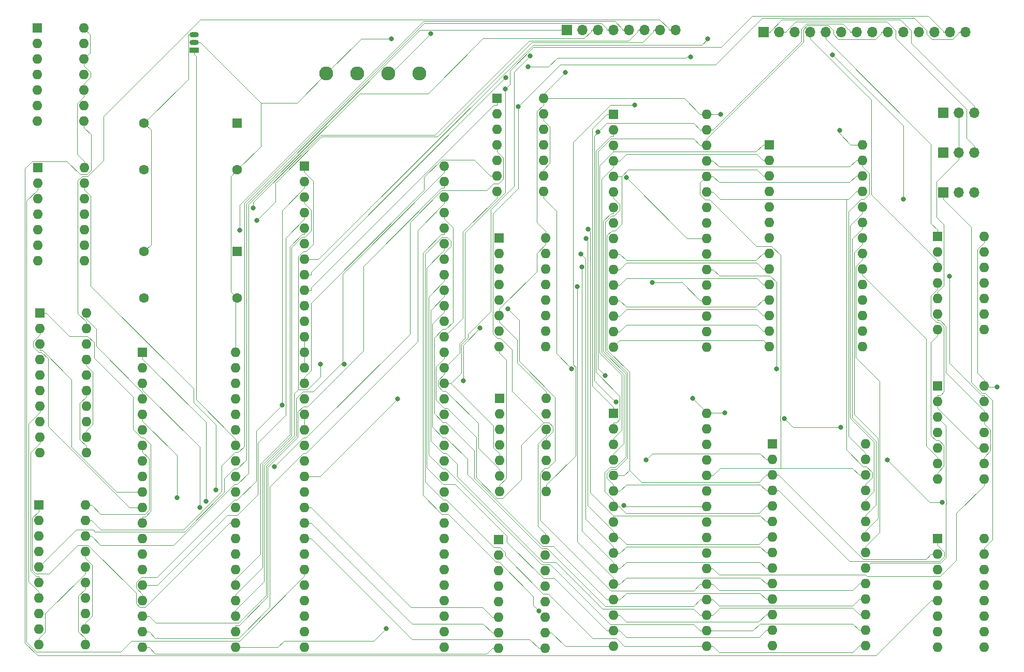
<source format=gbr>
G04 #@! TF.GenerationSoftware,KiCad,Pcbnew,5.0.1-33cea8e~68~ubuntu18.04.1*
G04 #@! TF.CreationDate,2018-11-05T06:29:50-06:00*
G04 #@! TF.ProjectId,raven-prototypes,726176656E2D70726F746F7479706573,rev?*
G04 #@! TF.SameCoordinates,Original*
G04 #@! TF.FileFunction,Copper,L2,Bot,Signal*
G04 #@! TF.FilePolarity,Positive*
%FSLAX46Y46*%
G04 Gerber Fmt 4.6, Leading zero omitted, Abs format (unit mm)*
G04 Created by KiCad (PCBNEW 5.0.1-33cea8e~68~ubuntu18.04.1) date Mon 05 Nov 2018 06:29:50 AM CST*
%MOMM*%
%LPD*%
G01*
G04 APERTURE LIST*
G04 #@! TA.AperFunction,ComponentPad*
%ADD10R,1.600000X1.600000*%
G04 #@! TD*
G04 #@! TA.AperFunction,ComponentPad*
%ADD11O,1.600000X1.600000*%
G04 #@! TD*
G04 #@! TA.AperFunction,ComponentPad*
%ADD12O,1.500000X0.900000*%
G04 #@! TD*
G04 #@! TA.AperFunction,ComponentPad*
%ADD13R,1.500000X0.900000*%
G04 #@! TD*
G04 #@! TA.AperFunction,ComponentPad*
%ADD14R,1.700000X1.700000*%
G04 #@! TD*
G04 #@! TA.AperFunction,ComponentPad*
%ADD15O,1.700000X1.700000*%
G04 #@! TD*
G04 #@! TA.AperFunction,ComponentPad*
%ADD16C,2.286000*%
G04 #@! TD*
G04 #@! TA.AperFunction,ComponentPad*
%ADD17C,1.600000*%
G04 #@! TD*
G04 #@! TA.AperFunction,ViaPad*
%ADD18C,0.800000*%
G04 #@! TD*
G04 #@! TA.AperFunction,Conductor*
%ADD19C,0.100000*%
G04 #@! TD*
G04 APERTURE END LIST*
D10*
G04 #@! TO.P,U3,1*
G04 #@! TO.N,A19*
X163000000Y-52000000D03*
D11*
G04 #@! TO.P,U3,17*
G04 #@! TO.N,D3*
X178240000Y-90100000D03*
G04 #@! TO.P,U3,2*
G04 #@! TO.N,A17*
X163000000Y-54540000D03*
G04 #@! TO.P,U3,18*
G04 #@! TO.N,D4*
X178240000Y-87560000D03*
G04 #@! TO.P,U3,3*
G04 #@! TO.N,A15*
X163000000Y-57080000D03*
G04 #@! TO.P,U3,19*
G04 #@! TO.N,D5*
X178240000Y-85020000D03*
G04 #@! TO.P,U3,4*
G04 #@! TO.N,A13*
X163000000Y-59620000D03*
G04 #@! TO.P,U3,20*
G04 #@! TO.N,D6*
X178240000Y-82480000D03*
G04 #@! TO.P,U3,5*
G04 #@! TO.N,A8*
X163000000Y-62160000D03*
G04 #@! TO.P,U3,21*
G04 #@! TO.N,D7*
X178240000Y-79940000D03*
G04 #@! TO.P,U3,6*
G04 #@! TO.N,A7*
X163000000Y-64700000D03*
G04 #@! TO.P,U3,22*
G04 #@! TO.N,RAM_LDS*
X178240000Y-77400000D03*
G04 #@! TO.P,U3,7*
G04 #@! TO.N,A6*
X163000000Y-67240000D03*
G04 #@! TO.P,U3,23*
G04 #@! TO.N,A11*
X178240000Y-74860000D03*
G04 #@! TO.P,U3,8*
G04 #@! TO.N,A5*
X163000000Y-69780000D03*
G04 #@! TO.P,U3,24*
G04 #@! TO.N,OE*
X178240000Y-72320000D03*
G04 #@! TO.P,U3,9*
G04 #@! TO.N,A4*
X163000000Y-72320000D03*
G04 #@! TO.P,U3,25*
G04 #@! TO.N,A12*
X178240000Y-69780000D03*
G04 #@! TO.P,U3,10*
G04 #@! TO.N,A3*
X163000000Y-74860000D03*
G04 #@! TO.P,U3,26*
G04 #@! TO.N,A10*
X178240000Y-67240000D03*
G04 #@! TO.P,U3,11*
G04 #@! TO.N,A2*
X163000000Y-77400000D03*
G04 #@! TO.P,U3,27*
G04 #@! TO.N,A9*
X178240000Y-64700000D03*
G04 #@! TO.P,U3,12*
G04 #@! TO.N,A1*
X163000000Y-79940000D03*
G04 #@! TO.P,U3,28*
G04 #@! TO.N,A14*
X178240000Y-62160000D03*
G04 #@! TO.P,U3,13*
G04 #@! TO.N,D0*
X163000000Y-82480000D03*
G04 #@! TO.P,U3,29*
G04 #@! TO.N,RW*
X178240000Y-59620000D03*
G04 #@! TO.P,U3,14*
G04 #@! TO.N,D1*
X163000000Y-85020000D03*
G04 #@! TO.P,U3,30*
G04 #@! TO.N,A18*
X178240000Y-57080000D03*
G04 #@! TO.P,U3,15*
G04 #@! TO.N,D2*
X163000000Y-87560000D03*
G04 #@! TO.P,U3,31*
G04 #@! TO.N,A16*
X178240000Y-54540000D03*
G04 #@! TO.P,U3,16*
G04 #@! TO.N,GND*
X163000000Y-90100000D03*
G04 #@! TO.P,U3,32*
G04 #@! TO.N,+5V*
X178240000Y-52000000D03*
G04 #@! TD*
D10*
G04 #@! TO.P,U2,1*
G04 #@! TO.N,DUART_IRQ*
X144208000Y-121633000D03*
D11*
G04 #@! TO.P,U2,9*
G04 #@! TO.N,/IPL0*
X151828000Y-139413000D03*
G04 #@! TO.P,U2,2*
G04 #@! TO.N,Net-(U2-Pad2)*
X144208000Y-124173000D03*
G04 #@! TO.P,U2,10*
G04 #@! TO.N,GND*
X151828000Y-136873000D03*
G04 #@! TO.P,U2,3*
G04 #@! TO.N,Net-(U2-Pad3)*
X144208000Y-126713000D03*
G04 #@! TO.P,U2,11*
G04 #@! TO.N,Net-(U2-Pad11)*
X151828000Y-134333000D03*
G04 #@! TO.P,U2,4*
G04 #@! TO.N,Net-(U2-Pad4)*
X144208000Y-129253000D03*
G04 #@! TO.P,U2,12*
G04 #@! TO.N,Net-(U2-Pad12)*
X151828000Y-131793000D03*
G04 #@! TO.P,U2,5*
G04 #@! TO.N,GND*
X144208000Y-131793000D03*
G04 #@! TO.P,U2,13*
G04 #@! TO.N,Net-(U2-Pad13)*
X151828000Y-129253000D03*
G04 #@! TO.P,U2,6*
G04 #@! TO.N,/IPL2*
X144208000Y-134333000D03*
G04 #@! TO.P,U2,14*
G04 #@! TO.N,Net-(U2-Pad14)*
X151828000Y-126713000D03*
G04 #@! TO.P,U2,7*
G04 #@! TO.N,/IPL1*
X144208000Y-136873000D03*
G04 #@! TO.P,U2,15*
G04 #@! TO.N,Net-(U2-Pad15)*
X151828000Y-124173000D03*
G04 #@! TO.P,U2,8*
G04 #@! TO.N,GND*
X144208000Y-139413000D03*
G04 #@! TO.P,U2,16*
G04 #@! TO.N,+5V*
X151828000Y-121633000D03*
G04 #@! TD*
D10*
G04 #@! TO.P,U11,1*
G04 #@! TO.N,A20*
X68779200Y-37930300D03*
D11*
G04 #@! TO.P,U11,8*
G04 #@! TO.N,Net-(U11-Pad8)*
X76399200Y-53170300D03*
G04 #@! TO.P,U11,2*
G04 #@! TO.N,A21*
X68779200Y-40470300D03*
G04 #@! TO.P,U11,9*
G04 #@! TO.N,Net-(U11-Pad9)*
X76399200Y-50630300D03*
G04 #@! TO.P,U11,3*
G04 #@! TO.N,N/C*
X68779200Y-43010300D03*
G04 #@! TO.P,U11,10*
G04 #@! TO.N,+5V*
X76399200Y-48090300D03*
G04 #@! TO.P,U11,4*
G04 #@! TO.N,A22*
X68779200Y-45550300D03*
G04 #@! TO.P,U11,11*
G04 #@! TO.N,N/C*
X76399200Y-45550300D03*
G04 #@! TO.P,U11,5*
G04 #@! TO.N,A23*
X68779200Y-48090300D03*
G04 #@! TO.P,U11,12*
G04 #@! TO.N,+5V*
X76399200Y-43010300D03*
G04 #@! TO.P,U11,6*
G04 #@! TO.N,Net-(U11-Pad6)*
X68779200Y-50630300D03*
G04 #@! TO.P,U11,13*
G04 #@! TO.N,A16*
X76399200Y-40470300D03*
G04 #@! TO.P,U11,7*
G04 #@! TO.N,GND*
X68779200Y-53170300D03*
G04 #@! TO.P,U11,14*
G04 #@! TO.N,+5V*
X76399200Y-37930300D03*
G04 #@! TD*
D12*
G04 #@! TO.P,U10,2*
G04 #@! TO.N,+5V*
X94467700Y-40248800D03*
G04 #@! TO.P,U10,3*
G04 #@! TO.N,GND*
X94467700Y-38978800D03*
D13*
G04 #@! TO.P,U10,1*
G04 #@! TO.N,RESET*
X94467700Y-41518800D03*
G04 #@! TD*
D14*
G04 #@! TO.P,J1,1*
G04 #@! TO.N,TxD-A-SERIAL*
X155397000Y-38229500D03*
D15*
G04 #@! TO.P,J1,2*
G04 #@! TO.N,RxD-A-SERIAL*
X157937000Y-38229500D03*
G04 #@! TO.P,J1,3*
G04 #@! TO.N,RTS-A-SERIAL*
X160477000Y-38229500D03*
G04 #@! TO.P,J1,4*
G04 #@! TO.N,CTS-A-SERIAL*
X163017000Y-38229500D03*
G04 #@! TO.P,J1,5*
G04 #@! TO.N,TxD-B-SERIAL*
X165557000Y-38229500D03*
G04 #@! TO.P,J1,6*
G04 #@! TO.N,RxD-B-SERIAL*
X168097000Y-38229500D03*
G04 #@! TO.P,J1,7*
G04 #@! TO.N,RTS-B-SERIAL*
X170637000Y-38229500D03*
G04 #@! TO.P,J1,8*
G04 #@! TO.N,CTS-B-SERIAL*
X173177000Y-38229500D03*
G04 #@! TD*
D14*
G04 #@! TO.P,J2,1*
G04 #@! TO.N,EXT_ROM_CS*
X187546000Y-38615600D03*
D15*
G04 #@! TO.P,J2,2*
G04 #@! TO.N,EXT_RAM_CS*
X190086000Y-38615600D03*
G04 #@! TO.P,J2,3*
G04 #@! TO.N,EXT_DUART_CS*
X192626000Y-38615600D03*
G04 #@! TO.P,J2,4*
G04 #@! TO.N,UDS*
X195166000Y-38615600D03*
G04 #@! TO.P,J2,5*
G04 #@! TO.N,LDS*
X197706000Y-38615600D03*
G04 #@! TO.P,J2,6*
G04 #@! TO.N,Net-(J2-Pad6)*
X200246000Y-38615600D03*
G04 #@! TO.P,J2,7*
G04 #@! TO.N,A16*
X202786000Y-38615600D03*
G04 #@! TO.P,J2,8*
G04 #@! TO.N,A17*
X205326000Y-38615600D03*
G04 #@! TO.P,J2,9*
G04 #@! TO.N,A18*
X207866000Y-38615600D03*
G04 #@! TO.P,J2,10*
G04 #@! TO.N,A19*
X210406000Y-38615600D03*
G04 #@! TO.P,J2,11*
G04 #@! TO.N,A20*
X212946000Y-38615600D03*
G04 #@! TO.P,J2,12*
G04 #@! TO.N,A21*
X215486000Y-38615600D03*
G04 #@! TO.P,J2,13*
G04 #@! TO.N,A22*
X218026000Y-38615600D03*
G04 #@! TO.P,J2,14*
G04 #@! TO.N,A23*
X220566000Y-38615600D03*
G04 #@! TD*
D16*
G04 #@! TO.P,J3,4*
G04 #@! TO.N,+5V*
X116040000Y-45366900D03*
G04 #@! TO.P,J3,3*
G04 #@! TO.N,GND*
X121120000Y-45366900D03*
G04 #@! TO.P,J3,2*
X126200000Y-45366900D03*
G04 #@! TO.P,J3,1*
G04 #@! TO.N,Net-(J3-Pad1)*
X131280000Y-45366900D03*
G04 #@! TD*
D15*
G04 #@! TO.P,JP1,3*
G04 #@! TO.N,EXT_DUART_CS*
X222018000Y-64817700D03*
G04 #@! TO.P,JP1,2*
G04 #@! TO.N,DUART_CS*
X219478000Y-64817700D03*
D14*
G04 #@! TO.P,JP1,1*
G04 #@! TO.N,DUART_CS_JMPR*
X216938000Y-64817700D03*
G04 #@! TD*
D15*
G04 #@! TO.P,JP2,3*
G04 #@! TO.N,EXT_ROM_CS*
X222018000Y-51784400D03*
G04 #@! TO.P,JP2,2*
G04 #@! TO.N,RAM_CS*
X219478000Y-51784400D03*
D14*
G04 #@! TO.P,JP2,1*
G04 #@! TO.N,ROM_CS_JMPR*
X216938000Y-51784400D03*
G04 #@! TD*
G04 #@! TO.P,JP3,1*
G04 #@! TO.N,RAM_CS_JMPR*
X216938000Y-58284400D03*
D15*
G04 #@! TO.P,JP3,2*
G04 #@! TO.N,RAM_CS*
X219478000Y-58284400D03*
G04 #@! TO.P,JP3,3*
G04 #@! TO.N,EXT_RAM_CS*
X222018000Y-58284400D03*
G04 #@! TD*
D10*
G04 #@! TO.P,U1,1*
G04 #@! TO.N,D4*
X112500000Y-60500000D03*
D11*
G04 #@! TO.P,U1,33*
G04 #@! TO.N,A5*
X135360000Y-139240000D03*
G04 #@! TO.P,U1,2*
G04 #@! TO.N,D3*
X112500000Y-63040000D03*
G04 #@! TO.P,U1,34*
G04 #@! TO.N,A6*
X135360000Y-136700000D03*
G04 #@! TO.P,U1,3*
G04 #@! TO.N,D2*
X112500000Y-65580000D03*
G04 #@! TO.P,U1,35*
G04 #@! TO.N,A7*
X135360000Y-134160000D03*
G04 #@! TO.P,U1,4*
G04 #@! TO.N,D1*
X112500000Y-68120000D03*
G04 #@! TO.P,U1,36*
G04 #@! TO.N,A8*
X135360000Y-131620000D03*
G04 #@! TO.P,U1,5*
G04 #@! TO.N,D0*
X112500000Y-70660000D03*
G04 #@! TO.P,U1,37*
G04 #@! TO.N,A9*
X135360000Y-129080000D03*
G04 #@! TO.P,U1,6*
G04 #@! TO.N,AS*
X112500000Y-73200000D03*
G04 #@! TO.P,U1,38*
G04 #@! TO.N,A10*
X135360000Y-126540000D03*
G04 #@! TO.P,U1,7*
G04 #@! TO.N,UDS*
X112500000Y-75740000D03*
G04 #@! TO.P,U1,39*
G04 #@! TO.N,A11*
X135360000Y-124000000D03*
G04 #@! TO.P,U1,8*
G04 #@! TO.N,LDS*
X112500000Y-78280000D03*
G04 #@! TO.P,U1,40*
G04 #@! TO.N,A12*
X135360000Y-121460000D03*
G04 #@! TO.P,U1,9*
G04 #@! TO.N,RW*
X112500000Y-80820000D03*
G04 #@! TO.P,U1,41*
G04 #@! TO.N,A13*
X135360000Y-118920000D03*
G04 #@! TO.P,U1,10*
G04 #@! TO.N,DTACK*
X112500000Y-83360000D03*
G04 #@! TO.P,U1,42*
G04 #@! TO.N,A14*
X135360000Y-116380000D03*
G04 #@! TO.P,U1,11*
G04 #@! TO.N,Net-(U1-Pad11)*
X112500000Y-85900000D03*
G04 #@! TO.P,U1,43*
G04 #@! TO.N,A15*
X135360000Y-113840000D03*
G04 #@! TO.P,U1,12*
G04 #@! TO.N,+5V*
X112500000Y-88440000D03*
G04 #@! TO.P,U1,44*
G04 #@! TO.N,A16*
X135360000Y-111300000D03*
G04 #@! TO.P,U1,13*
G04 #@! TO.N,+5V*
X112500000Y-90980000D03*
G04 #@! TO.P,U1,45*
G04 #@! TO.N,A17*
X135360000Y-108760000D03*
G04 #@! TO.P,U1,14*
G04 #@! TO.N,+5V*
X112500000Y-93520000D03*
G04 #@! TO.P,U1,46*
G04 #@! TO.N,A18*
X135360000Y-106220000D03*
G04 #@! TO.P,U1,15*
G04 #@! TO.N,SYS_CLK*
X112500000Y-96060000D03*
G04 #@! TO.P,U1,47*
G04 #@! TO.N,A19*
X135360000Y-103680000D03*
G04 #@! TO.P,U1,16*
G04 #@! TO.N,GND*
X112500000Y-98600000D03*
G04 #@! TO.P,U1,48*
G04 #@! TO.N,A20*
X135360000Y-101140000D03*
G04 #@! TO.P,U1,17*
G04 #@! TO.N,RESET*
X112500000Y-101140000D03*
G04 #@! TO.P,U1,49*
G04 #@! TO.N,+5V*
X135360000Y-98600000D03*
G04 #@! TO.P,U1,18*
G04 #@! TO.N,RESET*
X112500000Y-103680000D03*
G04 #@! TO.P,U1,50*
G04 #@! TO.N,A21*
X135360000Y-96060000D03*
G04 #@! TO.P,U1,19*
G04 #@! TO.N,Net-(U1-Pad19)*
X112500000Y-106220000D03*
G04 #@! TO.P,U1,51*
G04 #@! TO.N,A22*
X135360000Y-93520000D03*
G04 #@! TO.P,U1,20*
G04 #@! TO.N,Net-(U1-Pad20)*
X112500000Y-108760000D03*
G04 #@! TO.P,U1,52*
G04 #@! TO.N,A23*
X135360000Y-90980000D03*
G04 #@! TO.P,U1,21*
G04 #@! TO.N,+5V*
X112500000Y-111300000D03*
G04 #@! TO.P,U1,53*
G04 #@! TO.N,GND*
X135360000Y-88440000D03*
G04 #@! TO.P,U1,22*
G04 #@! TO.N,+5V*
X112500000Y-113840000D03*
G04 #@! TO.P,U1,54*
G04 #@! TO.N,D15*
X135360000Y-85900000D03*
G04 #@! TO.P,U1,23*
G04 #@! TO.N,/IPL2*
X112500000Y-116380000D03*
G04 #@! TO.P,U1,55*
G04 #@! TO.N,D14*
X135360000Y-83360000D03*
G04 #@! TO.P,U1,24*
G04 #@! TO.N,/IPL1*
X112500000Y-118920000D03*
G04 #@! TO.P,U1,56*
G04 #@! TO.N,D13*
X135360000Y-80820000D03*
G04 #@! TO.P,U1,25*
G04 #@! TO.N,/IPL0*
X112500000Y-121460000D03*
G04 #@! TO.P,U1,57*
G04 #@! TO.N,D12*
X135360000Y-78280000D03*
G04 #@! TO.P,U1,26*
G04 #@! TO.N,/FC2*
X112500000Y-124000000D03*
G04 #@! TO.P,U1,58*
G04 #@! TO.N,D11*
X135360000Y-75740000D03*
G04 #@! TO.P,U1,27*
G04 #@! TO.N,/FC1*
X112500000Y-126540000D03*
G04 #@! TO.P,U1,59*
G04 #@! TO.N,D10*
X135360000Y-73200000D03*
G04 #@! TO.P,U1,28*
G04 #@! TO.N,/FC0*
X112500000Y-129080000D03*
G04 #@! TO.P,U1,60*
G04 #@! TO.N,D9*
X135360000Y-70660000D03*
G04 #@! TO.P,U1,29*
G04 #@! TO.N,A1*
X112500000Y-131620000D03*
G04 #@! TO.P,U1,61*
G04 #@! TO.N,D8*
X135360000Y-68120000D03*
G04 #@! TO.P,U1,30*
G04 #@! TO.N,A2*
X112500000Y-134160000D03*
G04 #@! TO.P,U1,62*
G04 #@! TO.N,D7*
X135360000Y-65580000D03*
G04 #@! TO.P,U1,31*
G04 #@! TO.N,A3*
X112500000Y-136700000D03*
G04 #@! TO.P,U1,63*
G04 #@! TO.N,D6*
X135360000Y-63040000D03*
G04 #@! TO.P,U1,32*
G04 #@! TO.N,A4*
X112500000Y-139240000D03*
G04 #@! TO.P,U1,64*
G04 #@! TO.N,D5*
X135360000Y-60500000D03*
G04 #@! TD*
G04 #@! TO.P,U4,32*
G04 #@! TO.N,+5V*
X178240000Y-101000000D03*
G04 #@! TO.P,U4,16*
G04 #@! TO.N,GND*
X163000000Y-139100000D03*
G04 #@! TO.P,U4,31*
G04 #@! TO.N,A16*
X178240000Y-103540000D03*
G04 #@! TO.P,U4,15*
G04 #@! TO.N,D10*
X163000000Y-136560000D03*
G04 #@! TO.P,U4,30*
G04 #@! TO.N,A18*
X178240000Y-106080000D03*
G04 #@! TO.P,U4,14*
G04 #@! TO.N,D9*
X163000000Y-134020000D03*
G04 #@! TO.P,U4,29*
G04 #@! TO.N,RW*
X178240000Y-108620000D03*
G04 #@! TO.P,U4,13*
G04 #@! TO.N,D8*
X163000000Y-131480000D03*
G04 #@! TO.P,U4,28*
G04 #@! TO.N,A14*
X178240000Y-111160000D03*
G04 #@! TO.P,U4,12*
G04 #@! TO.N,A1*
X163000000Y-128940000D03*
G04 #@! TO.P,U4,27*
G04 #@! TO.N,A9*
X178240000Y-113700000D03*
G04 #@! TO.P,U4,11*
G04 #@! TO.N,A2*
X163000000Y-126400000D03*
G04 #@! TO.P,U4,26*
G04 #@! TO.N,A10*
X178240000Y-116240000D03*
G04 #@! TO.P,U4,10*
G04 #@! TO.N,A3*
X163000000Y-123860000D03*
G04 #@! TO.P,U4,25*
G04 #@! TO.N,A12*
X178240000Y-118780000D03*
G04 #@! TO.P,U4,9*
G04 #@! TO.N,A4*
X163000000Y-121320000D03*
G04 #@! TO.P,U4,24*
G04 #@! TO.N,OE*
X178240000Y-121320000D03*
G04 #@! TO.P,U4,8*
G04 #@! TO.N,A5*
X163000000Y-118780000D03*
G04 #@! TO.P,U4,23*
G04 #@! TO.N,A11*
X178240000Y-123860000D03*
G04 #@! TO.P,U4,7*
G04 #@! TO.N,A6*
X163000000Y-116240000D03*
G04 #@! TO.P,U4,22*
G04 #@! TO.N,RAM_UDS*
X178240000Y-126400000D03*
G04 #@! TO.P,U4,6*
G04 #@! TO.N,A7*
X163000000Y-113700000D03*
G04 #@! TO.P,U4,21*
G04 #@! TO.N,D15*
X178240000Y-128940000D03*
G04 #@! TO.P,U4,5*
G04 #@! TO.N,A8*
X163000000Y-111160000D03*
G04 #@! TO.P,U4,20*
G04 #@! TO.N,D14*
X178240000Y-131480000D03*
G04 #@! TO.P,U4,4*
G04 #@! TO.N,A13*
X163000000Y-108620000D03*
G04 #@! TO.P,U4,19*
G04 #@! TO.N,D13*
X178240000Y-134020000D03*
G04 #@! TO.P,U4,3*
G04 #@! TO.N,A15*
X163000000Y-106080000D03*
G04 #@! TO.P,U4,18*
G04 #@! TO.N,D12*
X178240000Y-136560000D03*
G04 #@! TO.P,U4,2*
G04 #@! TO.N,A17*
X163000000Y-103540000D03*
G04 #@! TO.P,U4,17*
G04 #@! TO.N,D11*
X178240000Y-139100000D03*
D10*
G04 #@! TO.P,U4,1*
G04 #@! TO.N,A19*
X163000000Y-101000000D03*
G04 #@! TD*
G04 #@! TO.P,U5,1*
G04 #@! TO.N,A15*
X188500000Y-57000000D03*
D11*
G04 #@! TO.P,U5,15*
G04 #@! TO.N,D3*
X203740000Y-90020000D03*
G04 #@! TO.P,U5,2*
G04 #@! TO.N,A13*
X188500000Y-59540000D03*
G04 #@! TO.P,U5,16*
G04 #@! TO.N,D4*
X203740000Y-87480000D03*
G04 #@! TO.P,U5,3*
G04 #@! TO.N,A8*
X188500000Y-62080000D03*
G04 #@! TO.P,U5,17*
G04 #@! TO.N,D5*
X203740000Y-84940000D03*
G04 #@! TO.P,U5,4*
G04 #@! TO.N,A7*
X188500000Y-64620000D03*
G04 #@! TO.P,U5,18*
G04 #@! TO.N,D6*
X203740000Y-82400000D03*
G04 #@! TO.P,U5,5*
G04 #@! TO.N,A6*
X188500000Y-67160000D03*
G04 #@! TO.P,U5,19*
G04 #@! TO.N,D7*
X203740000Y-79860000D03*
G04 #@! TO.P,U5,6*
G04 #@! TO.N,A5*
X188500000Y-69700000D03*
G04 #@! TO.P,U5,20*
G04 #@! TO.N,ROM_LDS*
X203740000Y-77320000D03*
G04 #@! TO.P,U5,7*
G04 #@! TO.N,A4*
X188500000Y-72240000D03*
G04 #@! TO.P,U5,21*
G04 #@! TO.N,A11*
X203740000Y-74780000D03*
G04 #@! TO.P,U5,8*
G04 #@! TO.N,A3*
X188500000Y-74780000D03*
G04 #@! TO.P,U5,22*
G04 #@! TO.N,OE*
X203740000Y-72240000D03*
G04 #@! TO.P,U5,9*
G04 #@! TO.N,A2*
X188500000Y-77320000D03*
G04 #@! TO.P,U5,23*
G04 #@! TO.N,A12*
X203740000Y-69700000D03*
G04 #@! TO.P,U5,10*
G04 #@! TO.N,A1*
X188500000Y-79860000D03*
G04 #@! TO.P,U5,24*
G04 #@! TO.N,A10*
X203740000Y-67160000D03*
G04 #@! TO.P,U5,11*
G04 #@! TO.N,D0*
X188500000Y-82400000D03*
G04 #@! TO.P,U5,25*
G04 #@! TO.N,A9*
X203740000Y-64620000D03*
G04 #@! TO.P,U5,12*
G04 #@! TO.N,D1*
X188500000Y-84940000D03*
G04 #@! TO.P,U5,26*
G04 #@! TO.N,A14*
X203740000Y-62080000D03*
G04 #@! TO.P,U5,13*
G04 #@! TO.N,D2*
X188500000Y-87480000D03*
G04 #@! TO.P,U5,27*
G04 #@! TO.N,RW*
X203740000Y-59540000D03*
G04 #@! TO.P,U5,14*
G04 #@! TO.N,GND*
X188500000Y-90020000D03*
G04 #@! TO.P,U5,28*
G04 #@! TO.N,+5V*
X203740000Y-57000000D03*
G04 #@! TD*
G04 #@! TO.P,U6,28*
G04 #@! TO.N,+5V*
X204240000Y-106000000D03*
G04 #@! TO.P,U6,14*
G04 #@! TO.N,GND*
X189000000Y-139020000D03*
G04 #@! TO.P,U6,27*
G04 #@! TO.N,RW*
X204240000Y-108540000D03*
G04 #@! TO.P,U6,13*
G04 #@! TO.N,D10*
X189000000Y-136480000D03*
G04 #@! TO.P,U6,26*
G04 #@! TO.N,A14*
X204240000Y-111080000D03*
G04 #@! TO.P,U6,12*
G04 #@! TO.N,D9*
X189000000Y-133940000D03*
G04 #@! TO.P,U6,25*
G04 #@! TO.N,A9*
X204240000Y-113620000D03*
G04 #@! TO.P,U6,11*
G04 #@! TO.N,D8*
X189000000Y-131400000D03*
G04 #@! TO.P,U6,24*
G04 #@! TO.N,A10*
X204240000Y-116160000D03*
G04 #@! TO.P,U6,10*
G04 #@! TO.N,A1*
X189000000Y-128860000D03*
G04 #@! TO.P,U6,23*
G04 #@! TO.N,A12*
X204240000Y-118700000D03*
G04 #@! TO.P,U6,9*
G04 #@! TO.N,A2*
X189000000Y-126320000D03*
G04 #@! TO.P,U6,22*
G04 #@! TO.N,OE*
X204240000Y-121240000D03*
G04 #@! TO.P,U6,8*
G04 #@! TO.N,A3*
X189000000Y-123780000D03*
G04 #@! TO.P,U6,21*
G04 #@! TO.N,A11*
X204240000Y-123780000D03*
G04 #@! TO.P,U6,7*
G04 #@! TO.N,A4*
X189000000Y-121240000D03*
G04 #@! TO.P,U6,20*
G04 #@! TO.N,ROM_UDS*
X204240000Y-126320000D03*
G04 #@! TO.P,U6,6*
G04 #@! TO.N,A5*
X189000000Y-118700000D03*
G04 #@! TO.P,U6,19*
G04 #@! TO.N,D15*
X204240000Y-128860000D03*
G04 #@! TO.P,U6,5*
G04 #@! TO.N,A6*
X189000000Y-116160000D03*
G04 #@! TO.P,U6,18*
G04 #@! TO.N,D14*
X204240000Y-131400000D03*
G04 #@! TO.P,U6,4*
G04 #@! TO.N,A7*
X189000000Y-113620000D03*
G04 #@! TO.P,U6,17*
G04 #@! TO.N,D13*
X204240000Y-133940000D03*
G04 #@! TO.P,U6,3*
G04 #@! TO.N,A8*
X189000000Y-111080000D03*
G04 #@! TO.P,U6,16*
G04 #@! TO.N,D12*
X204240000Y-136480000D03*
G04 #@! TO.P,U6,2*
G04 #@! TO.N,A13*
X189000000Y-108540000D03*
G04 #@! TO.P,U6,15*
G04 #@! TO.N,D11*
X204240000Y-139020000D03*
D10*
G04 #@! TO.P,U6,1*
G04 #@! TO.N,A15*
X189000000Y-106000000D03*
G04 #@! TD*
G04 #@! TO.P,U7,1*
G04 #@! TO.N,RW*
X143938000Y-49434600D03*
D11*
G04 #@! TO.P,U7,8*
G04 #@! TO.N,INV_RAM_CS*
X151558000Y-64674600D03*
G04 #@! TO.P,U7,2*
G04 #@! TO.N,OE*
X143938000Y-51974600D03*
G04 #@! TO.P,U7,9*
G04 #@! TO.N,ROM_CS*
X151558000Y-62134600D03*
G04 #@! TO.P,U7,3*
G04 #@! TO.N,Net-(U7-Pad3)*
X143938000Y-54514600D03*
G04 #@! TO.P,U7,10*
G04 #@! TO.N,RAM_CS_JMPR*
X151558000Y-59594600D03*
G04 #@! TO.P,U7,4*
G04 #@! TO.N,DUART_CLK*
X143938000Y-57054600D03*
G04 #@! TO.P,U7,11*
G04 #@! TO.N,Net-(U11-Pad6)*
X151558000Y-57054600D03*
G04 #@! TO.P,U7,5*
G04 #@! TO.N,Net-(U7-Pad5)*
X143938000Y-59594600D03*
G04 #@! TO.P,U7,12*
G04 #@! TO.N,Net-(U11-Pad9)*
X151558000Y-54514600D03*
G04 #@! TO.P,U7,6*
G04 #@! TO.N,SYS_CLK*
X143938000Y-62134600D03*
G04 #@! TO.P,U7,13*
G04 #@! TO.N,ROM_CS*
X151558000Y-51974600D03*
G04 #@! TO.P,U7,7*
G04 #@! TO.N,GND*
X143938000Y-64674600D03*
G04 #@! TO.P,U7,14*
G04 #@! TO.N,+5V*
X151558000Y-49434600D03*
G04 #@! TD*
G04 #@! TO.P,U8,16*
G04 #@! TO.N,+5V*
X151944000Y-72251400D03*
G04 #@! TO.P,U8,8*
G04 #@! TO.N,GND*
X144324000Y-90031400D03*
G04 #@! TO.P,U8,15*
G04 #@! TO.N,Net-(U8-Pad15)*
X151944000Y-74791400D03*
G04 #@! TO.P,U8,7*
G04 #@! TO.N,Net-(U8-Pad7)*
X144324000Y-87491400D03*
G04 #@! TO.P,U8,14*
G04 #@! TO.N,Net-(U8-Pad14)*
X151944000Y-77331400D03*
G04 #@! TO.P,U8,6*
G04 #@! TO.N,+5V*
X144324000Y-84951400D03*
G04 #@! TO.P,U8,13*
G04 #@! TO.N,Net-(U8-Pad13)*
X151944000Y-79871400D03*
G04 #@! TO.P,U8,5*
G04 #@! TO.N,Net-(U8-Pad5)*
X144324000Y-82411400D03*
G04 #@! TO.P,U8,12*
G04 #@! TO.N,Net-(U8-Pad12)*
X151944000Y-82411400D03*
G04 #@! TO.P,U8,4*
G04 #@! TO.N,AS*
X144324000Y-79871400D03*
G04 #@! TO.P,U8,11*
G04 #@! TO.N,DUART_IACK*
X151944000Y-84951400D03*
G04 #@! TO.P,U8,3*
G04 #@! TO.N,A3*
X144324000Y-77331400D03*
G04 #@! TO.P,U8,10*
G04 #@! TO.N,Net-(U8-Pad10)*
X151944000Y-87491400D03*
G04 #@! TO.P,U8,2*
G04 #@! TO.N,A2*
X144324000Y-74791400D03*
G04 #@! TO.P,U8,9*
G04 #@! TO.N,Net-(U8-Pad9)*
X151944000Y-90031400D03*
D10*
G04 #@! TO.P,U8,1*
G04 #@! TO.N,A1*
X144324000Y-72251400D03*
G04 #@! TD*
D11*
G04 #@! TO.P,U9,14*
G04 #@! TO.N,+5V*
X76477800Y-60785100D03*
G04 #@! TO.P,U9,7*
G04 #@! TO.N,GND*
X68857800Y-76025100D03*
G04 #@! TO.P,U9,13*
G04 #@! TO.N,/FC0*
X76477800Y-63325100D03*
G04 #@! TO.P,U9,6*
G04 #@! TO.N,N/C*
X68857800Y-73485100D03*
G04 #@! TO.P,U9,12*
G04 #@! TO.N,Net-(U8-Pad5)*
X76477800Y-65865100D03*
G04 #@! TO.P,U9,5*
G04 #@! TO.N,N/C*
X68857800Y-70945100D03*
G04 #@! TO.P,U9,11*
X76477800Y-68405100D03*
G04 #@! TO.P,U9,4*
X68857800Y-68405100D03*
G04 #@! TO.P,U9,10*
X76477800Y-70945100D03*
G04 #@! TO.P,U9,3*
X68857800Y-65865100D03*
G04 #@! TO.P,U9,9*
X76477800Y-73485100D03*
G04 #@! TO.P,U9,2*
G04 #@! TO.N,/FC1*
X68857800Y-63325100D03*
G04 #@! TO.P,U9,8*
G04 #@! TO.N,N/C*
X76477800Y-76025100D03*
D10*
G04 #@! TO.P,U9,1*
G04 #@! TO.N,/FC2*
X68857800Y-60785100D03*
G04 #@! TD*
D11*
G04 #@! TO.P,U12,14*
G04 #@! TO.N,+5V*
X152033000Y-98502600D03*
G04 #@! TO.P,U12,7*
G04 #@! TO.N,GND*
X144413000Y-113742600D03*
G04 #@! TO.P,U12,13*
G04 #@! TO.N,N/C*
X152033000Y-101042600D03*
G04 #@! TO.P,U12,6*
G04 #@! TO.N,A22*
X144413000Y-111202600D03*
G04 #@! TO.P,U12,12*
G04 #@! TO.N,+5V*
X152033000Y-103582600D03*
G04 #@! TO.P,U12,5*
G04 #@! TO.N,A21*
X144413000Y-108662600D03*
G04 #@! TO.P,U12,11*
G04 #@! TO.N,A23*
X152033000Y-106122600D03*
G04 #@! TO.P,U12,4*
G04 #@! TO.N,A20*
X144413000Y-106122600D03*
G04 #@! TO.P,U12,10*
G04 #@! TO.N,N/C*
X152033000Y-108662600D03*
G04 #@! TO.P,U12,3*
G04 #@! TO.N,A19*
X144413000Y-103582600D03*
G04 #@! TO.P,U12,9*
G04 #@! TO.N,N/C*
X152033000Y-111202600D03*
G04 #@! TO.P,U12,2*
G04 #@! TO.N,A18*
X144413000Y-101042600D03*
G04 #@! TO.P,U12,8*
G04 #@! TO.N,ROM_CS_JMPR*
X152033000Y-113742600D03*
D10*
G04 #@! TO.P,U12,1*
G04 #@! TO.N,A17*
X144413000Y-98502600D03*
G04 #@! TD*
G04 #@! TO.P,U13,1*
G04 #@! TO.N,A7*
X216000000Y-121500000D03*
D11*
G04 #@! TO.P,U13,9*
G04 #@! TO.N,Net-(U13-Pad9)*
X223620000Y-139280000D03*
G04 #@! TO.P,U13,2*
G04 #@! TO.N,A8*
X216000000Y-124040000D03*
G04 #@! TO.P,U13,10*
G04 #@! TO.N,Net-(U13-Pad10)*
X223620000Y-136740000D03*
G04 #@! TO.P,U13,3*
G04 #@! TO.N,A9*
X216000000Y-126580000D03*
G04 #@! TO.P,U13,11*
G04 #@! TO.N,Net-(U13-Pad11)*
X223620000Y-134200000D03*
G04 #@! TO.P,U13,4*
G04 #@! TO.N,GND*
X216000000Y-129120000D03*
G04 #@! TO.P,U13,12*
G04 #@! TO.N,Net-(U13-Pad12)*
X223620000Y-131660000D03*
G04 #@! TO.P,U13,5*
G04 #@! TO.N,Net-(U11-Pad8)*
X216000000Y-131660000D03*
G04 #@! TO.P,U13,13*
G04 #@! TO.N,Net-(U13-Pad13)*
X223620000Y-129120000D03*
G04 #@! TO.P,U13,6*
G04 #@! TO.N,+5V*
X216000000Y-134200000D03*
G04 #@! TO.P,U13,14*
G04 #@! TO.N,Net-(U13-Pad14)*
X223620000Y-126580000D03*
G04 #@! TO.P,U13,7*
G04 #@! TO.N,Net-(U13-Pad7)*
X216000000Y-136740000D03*
G04 #@! TO.P,U13,15*
G04 #@! TO.N,DUART_CS_JMPR*
X223620000Y-124040000D03*
G04 #@! TO.P,U13,8*
G04 #@! TO.N,GND*
X216000000Y-139280000D03*
G04 #@! TO.P,U13,16*
G04 #@! TO.N,+5V*
X223620000Y-121500000D03*
G04 #@! TD*
G04 #@! TO.P,U14,14*
G04 #@! TO.N,+5V*
X223620000Y-72000000D03*
G04 #@! TO.P,U14,7*
G04 #@! TO.N,GND*
X216000000Y-87240000D03*
G04 #@! TO.P,U14,13*
G04 #@! TO.N,N/C*
X223620000Y-74540000D03*
G04 #@! TO.P,U14,6*
G04 #@! TO.N,INV_ROM_CS*
X216000000Y-84700000D03*
G04 #@! TO.P,U14,12*
G04 #@! TO.N,N/C*
X223620000Y-77080000D03*
G04 #@! TO.P,U14,5*
G04 #@! TO.N,RAM_CS*
X216000000Y-82160000D03*
G04 #@! TO.P,U14,11*
G04 #@! TO.N,N/C*
X223620000Y-79620000D03*
G04 #@! TO.P,U14,4*
G04 #@! TO.N,INV_UDS*
X216000000Y-79620000D03*
G04 #@! TO.P,U14,10*
G04 #@! TO.N,N/C*
X223620000Y-82160000D03*
G04 #@! TO.P,U14,3*
G04 #@! TO.N,UDS*
X216000000Y-77080000D03*
G04 #@! TO.P,U14,9*
G04 #@! TO.N,N/C*
X223620000Y-84700000D03*
G04 #@! TO.P,U14,2*
G04 #@! TO.N,INV_LDS*
X216000000Y-74540000D03*
G04 #@! TO.P,U14,8*
G04 #@! TO.N,N/C*
X223620000Y-87240000D03*
D10*
G04 #@! TO.P,U14,1*
G04 #@! TO.N,LDS*
X216000000Y-72000000D03*
G04 #@! TD*
G04 #@! TO.P,U15,1*
G04 #@! TO.N,INV_RAM_CS*
X216000000Y-96500000D03*
D11*
G04 #@! TO.P,U15,8*
G04 #@! TO.N,RAM_UDS*
X223620000Y-111740000D03*
G04 #@! TO.P,U15,2*
G04 #@! TO.N,INV_UDS*
X216000000Y-99040000D03*
G04 #@! TO.P,U15,9*
G04 #@! TO.N,INV_ROM_CS*
X223620000Y-109200000D03*
G04 #@! TO.P,U15,3*
G04 #@! TO.N,ROM_UDS*
X216000000Y-101580000D03*
G04 #@! TO.P,U15,10*
G04 #@! TO.N,INV_UDS*
X223620000Y-106660000D03*
G04 #@! TO.P,U15,4*
G04 #@! TO.N,INV_RAM_CS*
X216000000Y-104120000D03*
G04 #@! TO.P,U15,11*
G04 #@! TO.N,RAM_LDS*
X223620000Y-104120000D03*
G04 #@! TO.P,U15,5*
G04 #@! TO.N,INV_LDS*
X216000000Y-106660000D03*
G04 #@! TO.P,U15,12*
G04 #@! TO.N,INV_ROM_CS*
X223620000Y-101580000D03*
G04 #@! TO.P,U15,6*
G04 #@! TO.N,ROM_LDS*
X216000000Y-109200000D03*
G04 #@! TO.P,U15,13*
G04 #@! TO.N,INV_LDS*
X223620000Y-99040000D03*
G04 #@! TO.P,U15,7*
G04 #@! TO.N,GND*
X216000000Y-111740000D03*
G04 #@! TO.P,U15,14*
G04 #@! TO.N,+5V*
X223620000Y-96500000D03*
G04 #@! TD*
D10*
G04 #@! TO.P,U16,1*
G04 #@! TO.N,A1*
X86000000Y-91000000D03*
D11*
G04 #@! TO.P,U16,21*
G04 #@! TO.N,DUART_IRQ*
X101240000Y-139260000D03*
G04 #@! TO.P,U16,2*
G04 #@! TO.N,Net-(U16-Pad2)*
X86000000Y-93540000D03*
G04 #@! TO.P,U16,22*
G04 #@! TO.N,D6*
X101240000Y-136720000D03*
G04 #@! TO.P,U16,3*
G04 #@! TO.N,A2*
X86000000Y-96080000D03*
G04 #@! TO.P,U16,23*
G04 #@! TO.N,D4*
X101240000Y-134180000D03*
G04 #@! TO.P,U16,4*
G04 #@! TO.N,CTS-B*
X86000000Y-98620000D03*
G04 #@! TO.P,U16,24*
G04 #@! TO.N,D2*
X101240000Y-131640000D03*
G04 #@! TO.P,U16,5*
G04 #@! TO.N,A3*
X86000000Y-101160000D03*
G04 #@! TO.P,U16,25*
G04 #@! TO.N,D0*
X101240000Y-129100000D03*
G04 #@! TO.P,U16,6*
G04 #@! TO.N,A4*
X86000000Y-103700000D03*
G04 #@! TO.P,U16,26*
G04 #@! TO.N,Net-(U16-Pad26)*
X101240000Y-126560000D03*
G04 #@! TO.P,U16,7*
G04 #@! TO.N,CTS-A*
X86000000Y-106240000D03*
G04 #@! TO.P,U16,27*
G04 #@! TO.N,Net-(U16-Pad27)*
X101240000Y-124020000D03*
G04 #@! TO.P,U16,8*
G04 #@! TO.N,RW*
X86000000Y-108780000D03*
G04 #@! TO.P,U16,28*
G04 #@! TO.N,Net-(U16-Pad28)*
X101240000Y-121480000D03*
G04 #@! TO.P,U16,9*
G04 #@! TO.N,DTACK*
X86000000Y-111320000D03*
G04 #@! TO.P,U16,29*
G04 #@! TO.N,RTS-A*
X101240000Y-118940000D03*
G04 #@! TO.P,U16,10*
G04 #@! TO.N,RxD-B*
X86000000Y-113860000D03*
G04 #@! TO.P,U16,30*
G04 #@! TO.N,TxD-A*
X101240000Y-116400000D03*
G04 #@! TO.P,U16,11*
G04 #@! TO.N,TxD-B*
X86000000Y-116400000D03*
G04 #@! TO.P,U16,31*
G04 #@! TO.N,RxD-A*
X101240000Y-113860000D03*
G04 #@! TO.P,U16,12*
G04 #@! TO.N,RTS-B*
X86000000Y-118940000D03*
G04 #@! TO.P,U16,32*
G04 #@! TO.N,DUART_CLK*
X101240000Y-111320000D03*
G04 #@! TO.P,U16,13*
G04 #@! TO.N,Net-(U16-Pad13)*
X86000000Y-121480000D03*
G04 #@! TO.P,U16,33*
G04 #@! TO.N,Net-(U16-Pad33)*
X101240000Y-108780000D03*
G04 #@! TO.P,U16,14*
G04 #@! TO.N,Net-(U16-Pad14)*
X86000000Y-124020000D03*
G04 #@! TO.P,U16,34*
G04 #@! TO.N,RESET*
X101240000Y-106240000D03*
G04 #@! TO.P,U16,15*
G04 #@! TO.N,Net-(U16-Pad15)*
X86000000Y-126560000D03*
G04 #@! TO.P,U16,35*
G04 #@! TO.N,DUART_CS*
X101240000Y-103700000D03*
G04 #@! TO.P,U16,16*
G04 #@! TO.N,D1*
X86000000Y-129100000D03*
G04 #@! TO.P,U16,36*
G04 #@! TO.N,Net-(U16-Pad36)*
X101240000Y-101160000D03*
G04 #@! TO.P,U16,17*
G04 #@! TO.N,D3*
X86000000Y-131640000D03*
G04 #@! TO.P,U16,37*
G04 #@! TO.N,DUART_IACK*
X101240000Y-98620000D03*
G04 #@! TO.P,U16,18*
G04 #@! TO.N,D5*
X86000000Y-134180000D03*
G04 #@! TO.P,U16,38*
G04 #@! TO.N,Net-(U16-Pad38)*
X101240000Y-96080000D03*
G04 #@! TO.P,U16,19*
G04 #@! TO.N,D7*
X86000000Y-136720000D03*
G04 #@! TO.P,U16,39*
G04 #@! TO.N,Net-(U16-Pad39)*
X101240000Y-93540000D03*
G04 #@! TO.P,U16,20*
G04 #@! TO.N,GND*
X86000000Y-139260000D03*
G04 #@! TO.P,U16,40*
G04 #@! TO.N,+5V*
X101240000Y-91000000D03*
G04 #@! TD*
D10*
G04 #@! TO.P,U17,1*
G04 #@! TO.N,RTS-A*
X69000000Y-116000000D03*
D11*
G04 #@! TO.P,U17,11*
G04 #@! TO.N,Net-(U17-Pad11)*
X76620000Y-138860000D03*
G04 #@! TO.P,U17,2*
G04 #@! TO.N,TxD-A*
X69000000Y-118540000D03*
G04 #@! TO.P,U17,12*
G04 #@! TO.N,Net-(U17-Pad12)*
X76620000Y-136320000D03*
G04 #@! TO.P,U17,3*
G04 #@! TO.N,RxD-A*
X69000000Y-121080000D03*
G04 #@! TO.P,U17,13*
G04 #@! TO.N,Net-(U17-Pad13)*
X76620000Y-133780000D03*
G04 #@! TO.P,U17,4*
G04 #@! TO.N,RxD-A-SERIAL*
X69000000Y-123620000D03*
G04 #@! TO.P,U17,14*
G04 #@! TO.N,Net-(U17-Pad14)*
X76620000Y-131240000D03*
G04 #@! TO.P,U17,5*
G04 #@! TO.N,TxD-A-SERIAL*
X69000000Y-126160000D03*
G04 #@! TO.P,U17,15*
G04 #@! TO.N,Net-(U17-Pad11)*
X76620000Y-128700000D03*
G04 #@! TO.P,U17,6*
G04 #@! TO.N,GND*
X69000000Y-128700000D03*
G04 #@! TO.P,U17,16*
G04 #@! TO.N,Net-(U17-Pad10)*
X76620000Y-126160000D03*
G04 #@! TO.P,U17,7*
G04 #@! TO.N,+5V*
X69000000Y-131240000D03*
G04 #@! TO.P,U17,17*
G04 #@! TO.N,Net-(U17-Pad12)*
X76620000Y-123620000D03*
G04 #@! TO.P,U17,8*
G04 #@! TO.N,Net-(U17-Pad8)*
X69000000Y-133780000D03*
G04 #@! TO.P,U17,18*
G04 #@! TO.N,RTS-A-SERIAL*
X76620000Y-121080000D03*
G04 #@! TO.P,U17,9*
G04 #@! TO.N,GND*
X69000000Y-136320000D03*
G04 #@! TO.P,U17,19*
G04 #@! TO.N,CTS-A-SERIAL*
X76620000Y-118540000D03*
G04 #@! TO.P,U17,10*
G04 #@! TO.N,Net-(U17-Pad10)*
X69000000Y-138860000D03*
G04 #@! TO.P,U17,20*
G04 #@! TO.N,CTS-A*
X76620000Y-116000000D03*
G04 #@! TD*
G04 #@! TO.P,U18,20*
G04 #@! TO.N,CTS-B*
X76785100Y-84513200D03*
G04 #@! TO.P,U18,10*
G04 #@! TO.N,Net-(U18-Pad10)*
X69165100Y-107373200D03*
G04 #@! TO.P,U18,19*
G04 #@! TO.N,CTS-B-SERIAL*
X76785100Y-87053200D03*
G04 #@! TO.P,U18,9*
G04 #@! TO.N,GND*
X69165100Y-104833200D03*
G04 #@! TO.P,U18,18*
G04 #@! TO.N,RTS-B-SERIAL*
X76785100Y-89593200D03*
G04 #@! TO.P,U18,8*
G04 #@! TO.N,Net-(U18-Pad8)*
X69165100Y-102293200D03*
G04 #@! TO.P,U18,17*
G04 #@! TO.N,Net-(U18-Pad12)*
X76785100Y-92133200D03*
G04 #@! TO.P,U18,7*
G04 #@! TO.N,+5V*
X69165100Y-99753200D03*
G04 #@! TO.P,U18,16*
G04 #@! TO.N,Net-(U18-Pad10)*
X76785100Y-94673200D03*
G04 #@! TO.P,U18,6*
G04 #@! TO.N,GND*
X69165100Y-97213200D03*
G04 #@! TO.P,U18,15*
G04 #@! TO.N,Net-(U18-Pad11)*
X76785100Y-97213200D03*
G04 #@! TO.P,U18,5*
G04 #@! TO.N,TxD-B-SERIAL*
X69165100Y-94673200D03*
G04 #@! TO.P,U18,14*
G04 #@! TO.N,Net-(U18-Pad14)*
X76785100Y-99753200D03*
G04 #@! TO.P,U18,4*
G04 #@! TO.N,RxD-B-SERIAL*
X69165100Y-92133200D03*
G04 #@! TO.P,U18,13*
G04 #@! TO.N,Net-(U18-Pad13)*
X76785100Y-102293200D03*
G04 #@! TO.P,U18,3*
G04 #@! TO.N,RxD-B*
X69165100Y-89593200D03*
G04 #@! TO.P,U18,12*
G04 #@! TO.N,Net-(U18-Pad12)*
X76785100Y-104833200D03*
G04 #@! TO.P,U18,2*
G04 #@! TO.N,TxD-B*
X69165100Y-87053200D03*
G04 #@! TO.P,U18,11*
G04 #@! TO.N,Net-(U18-Pad11)*
X76785100Y-107373200D03*
D10*
G04 #@! TO.P,U18,1*
G04 #@! TO.N,RTS-B*
X69165100Y-84513200D03*
G04 #@! TD*
D17*
G04 #@! TO.P,X1,7*
G04 #@! TO.N,GND*
X86260000Y-53500000D03*
G04 #@! TO.P,X1,8*
G04 #@! TO.N,Net-(U7-Pad3)*
X86260000Y-61120000D03*
G04 #@! TO.P,X1,14*
G04 #@! TO.N,+5V*
X101500000Y-61120000D03*
D10*
G04 #@! TO.P,X1,1*
G04 #@! TO.N,Net-(X1-Pad1)*
X101500000Y-53500000D03*
G04 #@! TD*
G04 #@! TO.P,X2,1*
G04 #@! TO.N,Net-(X2-Pad1)*
X101500000Y-74500000D03*
D17*
G04 #@! TO.P,X2,14*
G04 #@! TO.N,+5V*
X101500000Y-82120000D03*
G04 #@! TO.P,X2,8*
G04 #@! TO.N,Net-(U7-Pad5)*
X86260000Y-82120000D03*
G04 #@! TO.P,X2,7*
G04 #@! TO.N,GND*
X86260000Y-74500000D03*
G04 #@! TD*
D18*
G04 #@! TO.N,+5V*
X225775520Y-96647000D03*
X176001680Y-98549460D03*
X180530500Y-52026820D03*
X199999600Y-54640480D03*
X216763600Y-115509040D03*
X207782160Y-108582460D03*
X200215500Y-103256080D03*
X190949580Y-101833680D03*
X181178200Y-100876100D03*
X127678180Y-98630740D03*
X138427460Y-95651320D03*
X141179300Y-87045800D03*
X126697740Y-39634160D03*
X155097480Y-45214540D03*
G04 #@! TO.N,GND*
X210451700Y-65938400D03*
X198841360Y-42293540D03*
X175602900Y-42659300D03*
X149064980Y-44251880D03*
X133116320Y-38851840D03*
G04 #@! TO.N,RTS-B-SERIAL*
X104687200Y-69376300D03*
G04 #@! TO.N,RxD-B-SERIAL*
X104120300Y-67370600D03*
G04 #@! TO.N,TxD-B-SERIAL*
X101898300Y-70996500D03*
G04 #@! TO.N,A23*
X147432800Y-50809500D03*
G04 #@! TO.N,A22*
X145310300Y-47866300D03*
G04 #@! TO.N,A21*
X149384100Y-42485600D03*
G04 #@! TO.N,A18*
X161669000Y-94820900D03*
G04 #@! TO.N,A16*
X160481700Y-54932100D03*
X163396100Y-99152610D03*
G04 #@! TO.N,LDS*
X145391400Y-46053400D03*
G04 #@! TO.N,UDS*
X178438600Y-39716000D03*
G04 #@! TO.N,ROM_CS_JMPR*
X166489600Y-50484200D03*
G04 #@! TO.N,D4*
X115118600Y-92954600D03*
G04 #@! TO.N,A5*
X158893300Y-70827900D03*
G04 #@! TO.N,D3*
X108782600Y-99656900D03*
G04 #@! TO.N,A10*
X164709400Y-116041400D03*
G04 #@! TO.N,A13*
X168303000Y-108620000D03*
G04 #@! TO.N,D15*
X145731200Y-83888400D03*
G04 #@! TO.N,/FC0*
X97950600Y-113504900D03*
G04 #@! TO.N,D9*
X150814300Y-133282600D03*
G04 #@! TO.N,A1*
X96382700Y-115376900D03*
X157071700Y-80247600D03*
G04 #@! TO.N,A2*
X95382300Y-116381300D03*
X157809300Y-77016400D03*
G04 #@! TO.N,A3*
X91608300Y-114806700D03*
X157654700Y-74860000D03*
G04 #@! TO.N,D6*
X169398600Y-79551400D03*
G04 #@! TO.N,A4*
X158565000Y-72320000D03*
G04 #@! TO.N,D5*
X119014900Y-92900400D03*
G04 #@! TO.N,DUART_IRQ*
X125838300Y-136186900D03*
G04 #@! TO.N,RAM_LDS*
X189669100Y-93671600D03*
G04 #@! TO.N,OE*
X165089100Y-62361400D03*
G04 #@! TO.N,INV_RAM_CS*
X156151500Y-93653600D03*
G04 #@! TO.N,DUART_CLK*
X107569300Y-109662800D03*
G04 #@! TO.N,INV_LDS*
X217975400Y-78573200D03*
G04 #@! TD*
D19*
G04 #@! TO.N,+5V*
X69165100Y-100803500D02*
X67335600Y-102633000D01*
X67335600Y-102633000D02*
X67335600Y-128525300D01*
X67335600Y-128525300D02*
X69000000Y-130189700D01*
X69000000Y-131240000D02*
X69000000Y-130189700D01*
X69165100Y-99753200D02*
X69165100Y-100803500D01*
X101240000Y-91000000D02*
X101240000Y-89949700D01*
X101240000Y-89949700D02*
X101240000Y-82380000D01*
X101240000Y-82380000D02*
X101500000Y-82120000D01*
X101500000Y-82120000D02*
X100449600Y-81069600D01*
X100449600Y-81069600D02*
X100449600Y-62170400D01*
X100449600Y-62170400D02*
X101500000Y-61120000D01*
X112500000Y-90980000D02*
X112500000Y-93520000D01*
X112500000Y-88440000D02*
X112500000Y-90980000D01*
X151558000Y-49434600D02*
X152608300Y-49434600D01*
X178240000Y-52000000D02*
X177189700Y-52000000D01*
X177189700Y-52000000D02*
X174624300Y-49434600D01*
X174624300Y-49434600D02*
X152608300Y-49434600D01*
X151828000Y-121633000D02*
X151828000Y-120582700D01*
X152033000Y-103582600D02*
X152033000Y-104632900D01*
X152033000Y-104632900D02*
X150660400Y-106005500D01*
X150660400Y-106005500D02*
X150660400Y-119415100D01*
X150660400Y-119415100D02*
X151828000Y-120582700D01*
X144324000Y-86001700D02*
X147272500Y-88950200D01*
X147272500Y-88950200D02*
X147272500Y-92691800D01*
X147272500Y-92691800D02*
X152033000Y-97452300D01*
X144324000Y-84951400D02*
X144324000Y-86001700D01*
X152033000Y-98502600D02*
X152033000Y-97452300D01*
X76399200Y-48090300D02*
X76399200Y-47040000D01*
X76399200Y-43010300D02*
X76399200Y-44060600D01*
X76399200Y-44060600D02*
X77516400Y-45177800D01*
X77516400Y-45177800D02*
X77516400Y-45922800D01*
X77516400Y-45922800D02*
X76399200Y-47040000D01*
X105356600Y-50137400D02*
X105356600Y-57263400D01*
X105356600Y-57263400D02*
X101500000Y-61120000D01*
X105356600Y-50137400D02*
X111269500Y-50137400D01*
X111269500Y-50137400D02*
X116040000Y-45366900D01*
X95468000Y-40248800D02*
X105356600Y-50137400D01*
X94467700Y-40248800D02*
X95468000Y-40248800D01*
X76399200Y-48090300D02*
X76399200Y-49140600D01*
X76477800Y-60785100D02*
X76477800Y-59734800D01*
X76477800Y-59734800D02*
X75282000Y-58539000D01*
X75282000Y-58539000D02*
X75282000Y-50257800D01*
X75282000Y-50257800D02*
X76399200Y-49140600D01*
X223620000Y-96500000D02*
X223620000Y-95449700D01*
X223620000Y-72000000D02*
X223620000Y-73050300D01*
X223620000Y-95449700D02*
X222569600Y-94399300D01*
X222569600Y-94399300D02*
X222569600Y-74100700D01*
X222569600Y-74100700D02*
X223620000Y-73050300D01*
X151944000Y-72251400D02*
X151944000Y-73301700D01*
X144324000Y-84951400D02*
X144324000Y-83901100D01*
X144324000Y-83901100D02*
X150454400Y-77770700D01*
X150454400Y-77770700D02*
X150454400Y-74791300D01*
X150454400Y-74791300D02*
X151944000Y-73301700D01*
X151558000Y-49434600D02*
X151558000Y-50484900D01*
X151944000Y-72251400D02*
X151944000Y-71201100D01*
X151944000Y-71201100D02*
X150489400Y-69746500D01*
X150489400Y-69746500D02*
X150489400Y-51553500D01*
X150489400Y-51553500D02*
X151558000Y-50484900D01*
X77199199Y-42210301D02*
X76399200Y-43010300D01*
X77449680Y-41959820D02*
X77199199Y-42210301D01*
X77449680Y-38980780D02*
X77449680Y-41959820D01*
X76399200Y-37930300D02*
X77449680Y-38980780D01*
X223767000Y-96647000D02*
X223620000Y-96500000D01*
X225775520Y-96647000D02*
X223767000Y-96647000D01*
X178240000Y-100787780D02*
X178240000Y-101000000D01*
X176001680Y-98549460D02*
X178240000Y-100787780D01*
X178240000Y-52000000D02*
X180503680Y-52000000D01*
X180503680Y-52000000D02*
X180530500Y-52026820D01*
X202608630Y-57000000D02*
X203740000Y-57000000D01*
X201793435Y-57000000D02*
X202608630Y-57000000D01*
X199999600Y-55206165D02*
X201793435Y-57000000D01*
X199999600Y-54640480D02*
X199999600Y-55206165D01*
X216763600Y-115509040D02*
X214708740Y-115509040D01*
X214708740Y-115509040D02*
X207782160Y-108582460D01*
X192371980Y-103256080D02*
X190949580Y-101833680D01*
X200215500Y-103256080D02*
X192371980Y-103256080D01*
X178363900Y-100876100D02*
X178240000Y-101000000D01*
X181178200Y-100876100D02*
X178363900Y-100876100D01*
X112500000Y-111300000D02*
X115008920Y-111300000D01*
X115008920Y-111300000D02*
X127678180Y-98630740D01*
X138427460Y-95651320D02*
X138427460Y-89797640D01*
X138427460Y-89797640D02*
X141179300Y-87045800D01*
X116040000Y-45366900D02*
X121772740Y-39634160D01*
X121772740Y-39634160D02*
X126697740Y-39634160D01*
X151558000Y-48754020D02*
X151558000Y-49434600D01*
X155097480Y-45214540D02*
X151558000Y-48754020D01*
G04 #@! TO.N,GND*
X86260000Y-74500000D02*
X87368100Y-73391900D01*
X87368100Y-54608100D02*
X86260000Y-53500000D01*
X144208000Y-139413000D02*
X143157700Y-139413000D01*
X86000000Y-139260000D02*
X87050300Y-139260000D01*
X87050300Y-139260000D02*
X88118400Y-140328100D01*
X88118400Y-140328100D02*
X142242600Y-140328100D01*
X142242600Y-140328100D02*
X143157700Y-139413000D01*
X216000000Y-111740000D02*
X216000000Y-110689700D01*
X216000000Y-87240000D02*
X216000000Y-88290300D01*
X216000000Y-88290300D02*
X214949600Y-89340700D01*
X214949600Y-89340700D02*
X214949600Y-104590100D01*
X214949600Y-104590100D02*
X215749500Y-105390000D01*
X215749500Y-105390000D02*
X216237400Y-105390000D01*
X216237400Y-105390000D02*
X217052300Y-106204900D01*
X217052300Y-106204900D02*
X217052300Y-109637400D01*
X217052300Y-109637400D02*
X216000000Y-110689700D01*
X69165100Y-105883500D02*
X67635900Y-107412700D01*
X67635900Y-107412700D02*
X67635900Y-126710300D01*
X67635900Y-126710300D02*
X68575300Y-127649700D01*
X68575300Y-127649700D02*
X69000000Y-127649700D01*
X143938000Y-64674600D02*
X143938000Y-65724900D01*
X143938000Y-65724900D02*
X138401700Y-71261200D01*
X138401700Y-71261200D02*
X138401700Y-85398300D01*
X138401700Y-85398300D02*
X135360000Y-88440000D01*
X94467700Y-38978800D02*
X93467400Y-38978800D01*
X93467400Y-38978800D02*
X93467400Y-46292600D01*
X93467400Y-46292600D02*
X86260000Y-53500000D01*
X151828000Y-136873000D02*
X152878300Y-136873000D01*
X163000000Y-139100000D02*
X155105300Y-139100000D01*
X155105300Y-139100000D02*
X152878300Y-136873000D01*
X69165100Y-104833200D02*
X69165100Y-105883500D01*
X69000000Y-128700000D02*
X69000000Y-127649700D01*
X144413000Y-113742600D02*
X144413000Y-112692300D01*
X144324000Y-90031400D02*
X144324000Y-91081700D01*
X144324000Y-91081700D02*
X145476800Y-92234500D01*
X145476800Y-92234500D02*
X145476800Y-111628500D01*
X145476800Y-111628500D02*
X144413000Y-112692300D01*
X163799999Y-89300001D02*
X163000000Y-90100000D01*
X164050001Y-89049999D02*
X163799999Y-89300001D01*
X187529999Y-89049999D02*
X164050001Y-89049999D01*
X188500000Y-90020000D02*
X187529999Y-89049999D01*
X87368100Y-73391900D02*
X87368100Y-54608100D01*
X210451700Y-65938400D02*
X210451700Y-53903880D01*
X210451700Y-53903880D02*
X198841360Y-42293540D01*
X175037215Y-42659300D02*
X174905135Y-42791380D01*
X175602900Y-42659300D02*
X175037215Y-42659300D01*
X174905135Y-42791380D02*
X153840180Y-42791380D01*
X153840180Y-42791380D02*
X152379680Y-44251880D01*
X152379680Y-44251880D02*
X149064980Y-44251880D01*
X126601260Y-45366900D02*
X126200000Y-45366900D01*
X133116320Y-38851840D02*
X126601260Y-45366900D01*
G04 #@! TO.N,CTS-B-SERIAL*
X172076700Y-38229500D02*
X172076700Y-38001500D01*
X172076700Y-38001500D02*
X170584500Y-36509300D01*
X170584500Y-36509300D02*
X95461700Y-36509300D01*
X95461700Y-36509300D02*
X79618700Y-52352300D01*
X79618700Y-52352300D02*
X79618700Y-59592500D01*
X79618700Y-59592500D02*
X77003900Y-62207300D01*
X77003900Y-62207300D02*
X76080700Y-62207300D01*
X76080700Y-62207300D02*
X75396400Y-62891600D01*
X75396400Y-62891600D02*
X75396400Y-84614200D01*
X75396400Y-84614200D02*
X76785100Y-86002900D01*
X173177000Y-38229500D02*
X172076700Y-38229500D01*
X76785100Y-87053200D02*
X76785100Y-86002900D01*
G04 #@! TO.N,RTS-B-SERIAL*
X104687200Y-69376300D02*
X107709400Y-66354100D01*
X107709400Y-66354100D02*
X107709400Y-63261700D01*
X107709400Y-63261700D02*
X115282800Y-55688300D01*
X115282800Y-55688300D02*
X134199800Y-55688300D01*
X134199800Y-55688300D02*
X149613200Y-40274900D01*
X149613200Y-40274900D02*
X167719300Y-40274900D01*
X167719300Y-40274900D02*
X169536700Y-38457500D01*
X169536700Y-38457500D02*
X169536700Y-38229500D01*
X170637000Y-38229500D02*
X169536700Y-38229500D01*
G04 #@! TO.N,RxD-B-SERIAL*
X104120300Y-67370600D02*
X104120300Y-66417100D01*
X104120300Y-66417100D02*
X115149400Y-55388000D01*
X115149400Y-55388000D02*
X133826300Y-55388000D01*
X133826300Y-55388000D02*
X149239800Y-39974500D01*
X149239800Y-39974500D02*
X165479700Y-39974500D01*
X165479700Y-39974500D02*
X166996700Y-38457500D01*
X166996700Y-38457500D02*
X166996700Y-38229500D01*
X168097000Y-38229500D02*
X166996700Y-38229500D01*
G04 #@! TO.N,TxD-B-SERIAL*
X164456700Y-38229500D02*
X164456700Y-38033800D01*
X164456700Y-38033800D02*
X163232500Y-36809600D01*
X163232500Y-36809600D02*
X131936100Y-36809600D01*
X131936100Y-36809600D02*
X101898300Y-66847400D01*
X101898300Y-66847400D02*
X101898300Y-70996500D01*
X165557000Y-38229500D02*
X164456700Y-38229500D01*
G04 #@! TO.N,CTS-A-SERIAL*
X161916700Y-38229500D02*
X161916700Y-38001500D01*
X161916700Y-38001500D02*
X161025100Y-37109900D01*
X161025100Y-37109900D02*
X132060500Y-37109900D01*
X132060500Y-37109900D02*
X102640200Y-66530200D01*
X102640200Y-66530200D02*
X102640200Y-106389100D01*
X102640200Y-106389100D02*
X101669000Y-107360300D01*
X101669000Y-107360300D02*
X101139200Y-107360300D01*
X101139200Y-107360300D02*
X98950700Y-109548800D01*
X98950700Y-109548800D02*
X98950700Y-113741600D01*
X98950700Y-113741600D02*
X92670400Y-120021900D01*
X92670400Y-120021900D02*
X79152200Y-120021900D01*
X79152200Y-120021900D02*
X77670300Y-118540000D01*
X163017000Y-38229500D02*
X161916700Y-38229500D01*
X76620000Y-118540000D02*
X77670300Y-118540000D01*
G04 #@! TO.N,RTS-A-SERIAL*
X77670300Y-121080000D02*
X79147500Y-122557200D01*
X79147500Y-122557200D02*
X91054900Y-122557200D01*
X91054900Y-122557200D02*
X101022100Y-112590000D01*
X101022100Y-112590000D02*
X101497100Y-112590000D01*
X101497100Y-112590000D02*
X103322500Y-110764600D01*
X103322500Y-110764600D02*
X103322500Y-66785600D01*
X103322500Y-66785600D02*
X121488500Y-48619600D01*
X121488500Y-48619600D02*
X132673400Y-48619600D01*
X132673400Y-48619600D02*
X141684700Y-39608300D01*
X141684700Y-39608300D02*
X158225900Y-39608300D01*
X158225900Y-39608300D02*
X159376700Y-38457500D01*
X159376700Y-38457500D02*
X159376700Y-38229500D01*
X160477000Y-38229500D02*
X159376700Y-38229500D01*
X76620000Y-121080000D02*
X77670300Y-121080000D01*
G04 #@! TO.N,TxD-A-SERIAL*
X69000000Y-126160000D02*
X75140300Y-120019700D01*
X102940500Y-66654600D02*
X131365600Y-38229500D01*
X131365600Y-38229500D02*
X132776658Y-38229500D01*
X132776658Y-38229500D02*
X132804319Y-38201839D01*
X132804319Y-38201839D02*
X133428321Y-38201839D01*
X154447000Y-38229500D02*
X155397000Y-38229500D01*
X133428321Y-38201839D02*
X133455982Y-38229500D01*
X102940500Y-108566600D02*
X102940500Y-66654600D01*
X99357400Y-111649600D02*
X100957000Y-110050000D01*
X92865100Y-120322300D02*
X99357400Y-113830000D01*
X133455982Y-38229500D02*
X154447000Y-38229500D01*
X101457100Y-110050000D02*
X102940500Y-108566600D01*
X100957000Y-110050000D02*
X101457100Y-110050000D01*
X99357400Y-113830000D02*
X99357400Y-111649600D01*
X78182700Y-120322300D02*
X92865100Y-120322300D01*
X77880100Y-120019700D02*
X78182700Y-120322300D01*
X75140300Y-120019700D02*
X77880100Y-120019700D01*
G04 #@! TO.N,A23*
X151560400Y-102519900D02*
X146376400Y-97335900D01*
X146376400Y-97335900D02*
X146376400Y-90519200D01*
X146376400Y-90519200D02*
X144537900Y-88680700D01*
X144537900Y-88680700D02*
X144023800Y-88680700D01*
X144023800Y-88680700D02*
X143273600Y-87930500D01*
X143273600Y-87930500D02*
X143273600Y-68314400D01*
X143273600Y-68314400D02*
X147432800Y-64155200D01*
X147432800Y-64155200D02*
X147432800Y-50809500D01*
X147432800Y-50809500D02*
X154318100Y-43924200D01*
X154318100Y-43924200D02*
X179677800Y-43924200D01*
X179677800Y-43924200D02*
X187327200Y-36274800D01*
X187327200Y-36274800D02*
X212179700Y-36274800D01*
X212179700Y-36274800D02*
X214216000Y-38311100D01*
X214216000Y-38311100D02*
X214216000Y-38930300D01*
X214216000Y-38930300D02*
X215053500Y-39767800D01*
X215053500Y-39767800D02*
X218451000Y-39767800D01*
X218451000Y-39767800D02*
X219465700Y-38753100D01*
X219465700Y-38753100D02*
X219465700Y-38615600D01*
X135360000Y-92030300D02*
X134002600Y-93387700D01*
X134002600Y-93387700D02*
X134002600Y-98759300D01*
X134002600Y-98759300D02*
X135332900Y-100089600D01*
X135332900Y-100089600D02*
X135795300Y-100089600D01*
X135795300Y-100089600D02*
X140573400Y-104867700D01*
X140573400Y-104867700D02*
X140573400Y-111498600D01*
X140573400Y-111498600D02*
X143918300Y-114843500D01*
X143918300Y-114843500D02*
X144891500Y-114843500D01*
X144891500Y-114843500D02*
X147907400Y-111827600D01*
X147907400Y-111827600D02*
X147907400Y-106172900D01*
X147907400Y-106172900D02*
X151560400Y-102519900D01*
X220566000Y-38615600D02*
X219465700Y-38615600D01*
X151560400Y-102519900D02*
X152496500Y-102519900D01*
X152496500Y-102519900D02*
X153134800Y-103158200D01*
X153134800Y-103158200D02*
X153134800Y-103970500D01*
X153134800Y-103970500D02*
X152033000Y-105072300D01*
X135360000Y-90980000D02*
X135360000Y-92030300D01*
X152033000Y-106122600D02*
X152033000Y-105072300D01*
G04 #@! TO.N,A22*
X145310300Y-47866300D02*
X146041700Y-47134900D01*
X146041700Y-47134900D02*
X146041700Y-44908200D01*
X146041700Y-44908200D02*
X149924200Y-41025700D01*
X149924200Y-41025700D02*
X180637000Y-41025700D01*
X180637000Y-41025700D02*
X185688300Y-35974400D01*
X185688300Y-35974400D02*
X214512500Y-35974400D01*
X214512500Y-35974400D02*
X216925700Y-38387600D01*
X216925700Y-38387600D02*
X216925700Y-38615600D01*
X135360000Y-93520000D02*
X135360000Y-94570300D01*
X144413000Y-111202600D02*
X144413000Y-110152300D01*
X144413000Y-110152300D02*
X140873800Y-106613100D01*
X140873800Y-106613100D02*
X140873800Y-102615200D01*
X140873800Y-102615200D02*
X135588600Y-97330000D01*
X135588600Y-97330000D02*
X135108900Y-97330000D01*
X135108900Y-97330000D02*
X134303000Y-96524100D01*
X134303000Y-96524100D02*
X134303000Y-95627300D01*
X134303000Y-95627300D02*
X135360000Y-94570300D01*
X218026000Y-38615600D02*
X216925700Y-38615600D01*
X137827438Y-91052562D02*
X136159999Y-92720001D01*
X136159999Y-92720001D02*
X135360000Y-93520000D01*
X137827438Y-89549104D02*
X137827438Y-91052562D01*
X138702100Y-88674444D02*
X137827438Y-89549104D01*
X138702100Y-71436100D02*
X138702100Y-88674444D01*
X145310300Y-64827900D02*
X138702100Y-71436100D01*
X145310300Y-47866300D02*
X145310300Y-64827900D01*
G04 #@! TO.N,A21*
X144413000Y-107612300D02*
X143362700Y-106562000D01*
X143362700Y-106562000D02*
X143362700Y-103012400D01*
X143362700Y-103012400D02*
X136410300Y-96060000D01*
X135360000Y-96060000D02*
X136410300Y-96060000D01*
X144413000Y-108662600D02*
X144413000Y-107612300D01*
X142973200Y-84289896D02*
X142973200Y-67589900D01*
X138127449Y-89673372D02*
X139204938Y-88595884D01*
X139204938Y-88058158D02*
X142973200Y-84289896D01*
X148984101Y-42885599D02*
X149384100Y-42485600D01*
X146782500Y-63780600D02*
X146782500Y-45087200D01*
X138127449Y-94342851D02*
X138127449Y-89673372D01*
X146782500Y-45087200D02*
X148984101Y-42885599D01*
X142973200Y-67589900D02*
X146782500Y-63780600D01*
X136410300Y-96060000D02*
X138127449Y-94342851D01*
X139204938Y-88595884D02*
X139204938Y-88058158D01*
G04 #@! TO.N,A19*
X161949700Y-52000000D02*
X159543700Y-54406000D01*
X159543700Y-54406000D02*
X159543700Y-96493400D01*
X159543700Y-96493400D02*
X163000000Y-99949700D01*
X163000000Y-101000000D02*
X163000000Y-99949700D01*
X163000000Y-52000000D02*
X161949700Y-52000000D01*
G04 #@! TO.N,A18*
X177189700Y-57080000D02*
X176132200Y-56022500D01*
X176132200Y-56022500D02*
X162567800Y-56022500D01*
X162567800Y-56022500D02*
X160444600Y-58145700D01*
X160444600Y-58145700D02*
X160444600Y-93596500D01*
X160444600Y-93596500D02*
X161669000Y-94820900D01*
X178240000Y-57080000D02*
X177189700Y-57080000D01*
X178240000Y-57080000D02*
X178240000Y-56029700D01*
X178240000Y-56029700D02*
X194043900Y-40225800D01*
X194043900Y-40225800D02*
X194043900Y-38160100D01*
X194043900Y-38160100D02*
X194718600Y-37485400D01*
X194718600Y-37485400D02*
X198132100Y-37485400D01*
X198132100Y-37485400D02*
X198976000Y-38329300D01*
X198976000Y-38329300D02*
X198976000Y-38936100D01*
X198976000Y-38936100D02*
X199771000Y-39731100D01*
X199771000Y-39731100D02*
X205878200Y-39731100D01*
X205878200Y-39731100D02*
X206765700Y-38843600D01*
X206765700Y-38843600D02*
X206765700Y-38615600D01*
X207866000Y-38615600D02*
X206765700Y-38615600D01*
G04 #@! TO.N,A17*
X163000000Y-55590300D02*
X162575300Y-55590300D01*
X162575300Y-55590300D02*
X160144300Y-58021300D01*
X160144300Y-58021300D02*
X160144300Y-94228700D01*
X160144300Y-94228700D02*
X164058400Y-98142800D01*
X164058400Y-98142800D02*
X164058400Y-101943500D01*
X164058400Y-101943500D02*
X163512200Y-102489700D01*
X163512200Y-102489700D02*
X163000000Y-102489700D01*
X163000000Y-103540000D02*
X163000000Y-102489700D01*
X163000000Y-54540000D02*
X163000000Y-55590300D01*
G04 #@! TO.N,A16*
X160481700Y-54932100D02*
X161924200Y-53489600D01*
X161924200Y-53489600D02*
X176139300Y-53489600D01*
X176139300Y-53489600D02*
X177189700Y-54540000D01*
X178240000Y-54540000D02*
X177189700Y-54540000D01*
X201685700Y-38615600D02*
X201685700Y-38387600D01*
X201685700Y-38387600D02*
X200483200Y-37185100D01*
X200483200Y-37185100D02*
X194594200Y-37185100D01*
X194594200Y-37185100D02*
X193743600Y-38035700D01*
X193743600Y-38035700D02*
X193743600Y-40086700D01*
X193743600Y-40086700D02*
X179290300Y-54540000D01*
X202786000Y-38615600D02*
X201685700Y-38615600D01*
X178240000Y-54540000D02*
X179290300Y-54540000D01*
X159844000Y-55569800D02*
X159844000Y-95600510D01*
X160481700Y-54932100D02*
X159844000Y-55569800D01*
X159844000Y-95600510D02*
X162996101Y-98752611D01*
X162996101Y-98752611D02*
X163396100Y-99152610D01*
G04 #@! TO.N,LDS*
X113550300Y-78280000D02*
X113550300Y-77821100D01*
X113550300Y-77821100D02*
X145318000Y-46053400D01*
X145318000Y-46053400D02*
X145391400Y-46053400D01*
X112500000Y-78280000D02*
X113550300Y-78280000D01*
X197706000Y-38615600D02*
X197706000Y-39715900D01*
X216000000Y-72000000D02*
X216000000Y-70949700D01*
X216000000Y-70949700D02*
X214949700Y-69899400D01*
X214949700Y-69899400D02*
X214949700Y-56959600D01*
X214949700Y-56959600D02*
X197706000Y-39715900D01*
G04 #@! TO.N,UDS*
X112500000Y-75740000D02*
X114785200Y-75740000D01*
X114785200Y-75740000D02*
X149875000Y-40650200D01*
X149875000Y-40650200D02*
X177504400Y-40650200D01*
X177504400Y-40650200D02*
X178438600Y-39716000D01*
X195166000Y-38615600D02*
X195166000Y-39715900D01*
X216000000Y-77080000D02*
X216000000Y-76029700D01*
X216000000Y-76029700D02*
X205136100Y-65165800D01*
X205136100Y-65165800D02*
X205136100Y-49686000D01*
X205136100Y-49686000D02*
X195166000Y-39715900D01*
G04 #@! TO.N,EXT_RAM_CS*
X222018000Y-58284400D02*
X222018000Y-57184100D01*
X190086000Y-38615600D02*
X191186300Y-38615600D01*
X191186300Y-38615600D02*
X191186300Y-38478100D01*
X191186300Y-38478100D02*
X192779600Y-36884800D01*
X192779600Y-36884800D02*
X207738500Y-36884800D01*
X207738500Y-36884800D02*
X209136000Y-38282300D01*
X209136000Y-38282300D02*
X209136000Y-39561300D01*
X209136000Y-39561300D02*
X220748000Y-51173300D01*
X220748000Y-51173300D02*
X220748000Y-55914100D01*
X220748000Y-55914100D02*
X222018000Y-57184100D01*
G04 #@! TO.N,EXT_ROM_CS*
X222018000Y-50684100D02*
X211676000Y-40342100D01*
X211676000Y-40342100D02*
X211676000Y-38304300D01*
X211676000Y-38304300D02*
X209956200Y-36584500D01*
X209956200Y-36584500D02*
X190539900Y-36584500D01*
X190539900Y-36584500D02*
X188646300Y-38478100D01*
X188646300Y-38478100D02*
X188646300Y-38615600D01*
X187546000Y-38615600D02*
X188646300Y-38615600D01*
X222018000Y-51784400D02*
X222018000Y-50684100D01*
G04 #@! TO.N,DUART_CS_JMPR*
X223316500Y-97689300D02*
X221538500Y-95911300D01*
X223809700Y-97689300D02*
X223316500Y-97689300D01*
X224991600Y-121618100D02*
X224991600Y-98871200D01*
X223620000Y-122989700D02*
X224991600Y-121618100D01*
X216938000Y-64817700D02*
X216938000Y-65918000D01*
X223620000Y-124040000D02*
X223620000Y-122989700D01*
X224991600Y-98871200D02*
X223809700Y-97689300D01*
X221538500Y-95911300D02*
X221538500Y-70518500D01*
X221538500Y-70518500D02*
X216938000Y-65918000D01*
G04 #@! TO.N,RAM_CS*
X219478000Y-58284400D02*
X219478000Y-59384700D01*
X216000000Y-82160000D02*
X216000000Y-81109700D01*
X216000000Y-81109700D02*
X217059200Y-80050500D01*
X217059200Y-80050500D02*
X217059200Y-70082300D01*
X217059200Y-70082300D02*
X215837600Y-68860700D01*
X215837600Y-68860700D02*
X215837600Y-63025100D01*
X215837600Y-63025100D02*
X219478000Y-59384700D01*
X219478000Y-58284400D02*
X219478000Y-51784400D01*
G04 #@! TO.N,ROM_CS_JMPR*
X152033000Y-112692300D02*
X156801800Y-107923500D01*
X156801800Y-107923500D02*
X156801800Y-93384200D01*
X156801800Y-93384200D02*
X156401500Y-92983900D01*
X156401500Y-92983900D02*
X156401500Y-56624600D01*
X156401500Y-56624600D02*
X162541900Y-50484200D01*
X162541900Y-50484200D02*
X166489600Y-50484200D01*
X152033000Y-113742600D02*
X152033000Y-112692300D01*
G04 #@! TO.N,D4*
X101240000Y-133129700D02*
X105891700Y-128478000D01*
X105891700Y-128478000D02*
X105891700Y-109509500D01*
X105891700Y-109509500D02*
X110796700Y-104604500D01*
X110796700Y-104604500D02*
X110796700Y-97758600D01*
X110796700Y-97758600D02*
X111445000Y-97110300D01*
X111445000Y-97110300D02*
X112996200Y-97110300D01*
X112996200Y-97110300D02*
X115118600Y-94987900D01*
X115118600Y-94987900D02*
X115118600Y-92954600D01*
X112500000Y-61550300D02*
X113912500Y-62962800D01*
X113912500Y-62962800D02*
X113912500Y-73312900D01*
X113912500Y-73312900D02*
X112755400Y-74470000D01*
X112755400Y-74470000D02*
X112278200Y-74470000D01*
X112278200Y-74470000D02*
X111445000Y-75303200D01*
X111445000Y-75303200D02*
X111445000Y-97110300D01*
X112500000Y-60500000D02*
X112500000Y-61550300D01*
X101240000Y-134180000D02*
X101240000Y-133129700D01*
G04 #@! TO.N,A5*
X163000000Y-117729700D02*
X159215400Y-113945100D01*
X159215400Y-113945100D02*
X159215400Y-71150000D01*
X159215400Y-71150000D02*
X158893300Y-70827900D01*
X163000000Y-117729700D02*
X186979400Y-117729700D01*
X186979400Y-117729700D02*
X187949700Y-118700000D01*
X189000000Y-118700000D02*
X187949700Y-118700000D01*
X163000000Y-118780000D02*
X163000000Y-117729700D01*
G04 #@! TO.N,D3*
X86000000Y-131640000D02*
X86000000Y-130589700D01*
X86000000Y-130589700D02*
X84925400Y-129515100D01*
X84925400Y-129515100D02*
X84925400Y-128680300D01*
X84925400Y-128680300D02*
X85775700Y-127830000D01*
X85775700Y-127830000D02*
X88324400Y-127830000D01*
X88324400Y-127830000D02*
X101024400Y-115130000D01*
X101024400Y-115130000D02*
X101499200Y-115130000D01*
X101499200Y-115130000D02*
X104572100Y-112057100D01*
X104572100Y-112057100D02*
X104572100Y-103867400D01*
X104572100Y-103867400D02*
X108782600Y-99656900D01*
X108782600Y-99656900D02*
X108782600Y-67807700D01*
X108782600Y-67807700D02*
X112500000Y-64090300D01*
X112500000Y-63040000D02*
X112500000Y-64090300D01*
G04 #@! TO.N,A6*
X163000000Y-68290300D02*
X162575300Y-68290300D01*
X162575300Y-68290300D02*
X161345500Y-69520100D01*
X161345500Y-69520100D02*
X161345500Y-90833300D01*
X161345500Y-90833300D02*
X165001000Y-94488800D01*
X165001000Y-94488800D02*
X165001000Y-108123300D01*
X165001000Y-108123300D02*
X163314900Y-109809400D01*
X163314900Y-109809400D02*
X162428400Y-109809400D01*
X162428400Y-109809400D02*
X161580500Y-110657300D01*
X161580500Y-110657300D02*
X161580500Y-113770200D01*
X161580500Y-113770200D02*
X163000000Y-115189700D01*
X164050300Y-116240000D02*
X164050300Y-116301900D01*
X164050300Y-116301900D02*
X165043900Y-117295500D01*
X165043900Y-117295500D02*
X186814200Y-117295500D01*
X186814200Y-117295500D02*
X187949700Y-116160000D01*
X163000000Y-116240000D02*
X164050300Y-116240000D01*
X189000000Y-116160000D02*
X187949700Y-116160000D01*
X163000000Y-116240000D02*
X163000000Y-115189700D01*
X163000000Y-67240000D02*
X163000000Y-68290300D01*
G04 #@! TO.N,D2*
X101240000Y-130589700D02*
X105591400Y-126238300D01*
X105591400Y-126238300D02*
X105591400Y-109385100D01*
X105591400Y-109385100D02*
X110382200Y-104594300D01*
X110382200Y-104594300D02*
X110382200Y-73828100D01*
X110382200Y-73828100D02*
X112067800Y-72142500D01*
X112067800Y-72142500D02*
X112544100Y-72142500D01*
X112544100Y-72142500D02*
X113560500Y-71126100D01*
X113560500Y-71126100D02*
X113560500Y-67690800D01*
X113560500Y-67690800D02*
X112500000Y-66630300D01*
X112500000Y-65580000D02*
X112500000Y-66630300D01*
X101240000Y-131640000D02*
X101240000Y-130589700D01*
X188500000Y-87480000D02*
X187449700Y-87480000D01*
X163000000Y-87560000D02*
X164050300Y-87560000D01*
X164050300Y-87560000D02*
X165106400Y-86503900D01*
X165106400Y-86503900D02*
X186473600Y-86503900D01*
X186473600Y-86503900D02*
X187449700Y-87480000D01*
G04 #@! TO.N,A7*
X163000000Y-65750300D02*
X164050300Y-66800600D01*
X164050300Y-66800600D02*
X164050300Y-67675300D01*
X164050300Y-67675300D02*
X163135000Y-68590600D01*
X163135000Y-68590600D02*
X162699700Y-68590600D01*
X162699700Y-68590600D02*
X161645800Y-69644500D01*
X161645800Y-69644500D02*
X161645800Y-90708900D01*
X161645800Y-90708900D02*
X165301400Y-94364500D01*
X165301400Y-94364500D02*
X165301400Y-108273200D01*
X165301400Y-108273200D02*
X163464900Y-110109700D01*
X163464900Y-110109700D02*
X162552800Y-110109700D01*
X162552800Y-110109700D02*
X161880800Y-110781700D01*
X161880800Y-110781700D02*
X161880800Y-111530500D01*
X161880800Y-111530500D02*
X163000000Y-112649700D01*
X163000000Y-113700000D02*
X163000000Y-112649700D01*
X163000000Y-113700000D02*
X163450100Y-113700000D01*
X163000000Y-64700000D02*
X163000000Y-65750300D01*
X216000000Y-122550300D02*
X217072900Y-123623200D01*
X217072900Y-123623200D02*
X217072900Y-124455100D01*
X217072900Y-124455100D02*
X216367200Y-125160800D01*
X216367200Y-125160800D02*
X201591100Y-125160800D01*
X201591100Y-125160800D02*
X190050300Y-113620000D01*
X189000000Y-113620000D02*
X190050300Y-113620000D01*
X216000000Y-121500000D02*
X216000000Y-122550300D01*
X189000000Y-113620000D02*
X187949700Y-113620000D01*
X163450100Y-113700000D02*
X164050300Y-113700000D01*
X187949700Y-113620000D02*
X186959600Y-112629900D01*
X186959600Y-112629900D02*
X165120400Y-112629900D01*
X165120400Y-112629900D02*
X164050300Y-113700000D01*
G04 #@! TO.N,D1*
X112500000Y-68120000D02*
X112500000Y-69170300D01*
X86000000Y-129100000D02*
X88386600Y-129100000D01*
X88386600Y-129100000D02*
X99816600Y-117670000D01*
X99816600Y-117670000D02*
X101476700Y-117670000D01*
X101476700Y-117670000D02*
X104872500Y-114274200D01*
X104872500Y-114274200D02*
X104872500Y-105797900D01*
X104872500Y-105797900D02*
X109432900Y-101237500D01*
X109432900Y-101237500D02*
X109432900Y-72237400D01*
X109432900Y-72237400D02*
X112500000Y-69170300D01*
X188500000Y-84940000D02*
X187449700Y-84940000D01*
X163000000Y-85020000D02*
X164050300Y-85020000D01*
X164050300Y-85020000D02*
X165106300Y-83964000D01*
X165106300Y-83964000D02*
X186473700Y-83964000D01*
X186473700Y-83964000D02*
X187449700Y-84940000D01*
G04 #@! TO.N,A8*
X216000000Y-124040000D02*
X214949700Y-124040000D01*
X189000000Y-111080000D02*
X190050300Y-111080000D01*
X190050300Y-111080000D02*
X203830600Y-124860300D01*
X203830600Y-124860300D02*
X214129400Y-124860300D01*
X214129400Y-124860300D02*
X214949700Y-124040000D01*
X188474900Y-111080000D02*
X189000000Y-111080000D01*
X188474900Y-111080000D02*
X187949700Y-111080000D01*
X165601800Y-110259800D02*
X164701600Y-111160000D01*
X164701600Y-111160000D02*
X164050300Y-111160000D01*
X164350700Y-62160000D02*
X164350700Y-69996000D01*
X164350700Y-69996000D02*
X163296700Y-71050000D01*
X163296700Y-71050000D02*
X162779800Y-71050000D01*
X162779800Y-71050000D02*
X161946100Y-71883700D01*
X161946100Y-71883700D02*
X161946100Y-90531700D01*
X161946100Y-90531700D02*
X165601800Y-94187400D01*
X165601800Y-94187400D02*
X165601800Y-110259800D01*
X187949700Y-111080000D02*
X186793100Y-112236600D01*
X186793100Y-112236600D02*
X167578600Y-112236600D01*
X167578600Y-112236600D02*
X165601800Y-110259800D01*
X164350700Y-62160000D02*
X164050300Y-62160000D01*
X187449700Y-62080000D02*
X186473500Y-61103800D01*
X186473500Y-61103800D02*
X165406900Y-61103800D01*
X165406900Y-61103800D02*
X164350700Y-62160000D01*
X163000000Y-111160000D02*
X164050300Y-111160000D01*
X163000000Y-62160000D02*
X164050300Y-62160000D01*
X188500000Y-62080000D02*
X187449700Y-62080000D01*
G04 #@! TO.N,D0*
X101240000Y-128049700D02*
X105291100Y-123998600D01*
X105291100Y-123998600D02*
X105291100Y-109260700D01*
X105291100Y-109260700D02*
X110081800Y-104470000D01*
X110081800Y-104470000D02*
X110081800Y-73703800D01*
X110081800Y-73703800D02*
X112075300Y-71710300D01*
X112075300Y-71710300D02*
X112500000Y-71710300D01*
X112500000Y-70660000D02*
X112500000Y-71710300D01*
X101240000Y-129100000D02*
X101240000Y-128049700D01*
X163000000Y-82480000D02*
X164050300Y-82480000D01*
X188500000Y-82400000D02*
X187449700Y-82400000D01*
X187449700Y-82400000D02*
X186296100Y-83553600D01*
X186296100Y-83553600D02*
X165123900Y-83553600D01*
X165123900Y-83553600D02*
X164050300Y-82480000D01*
G04 #@! TO.N,A9*
X201089500Y-65890000D02*
X180480300Y-65890000D01*
X180480300Y-65890000D02*
X179290300Y-64700000D01*
X202689700Y-64620000D02*
X201419700Y-65890000D01*
X201419700Y-65890000D02*
X201089500Y-65890000D01*
X204240000Y-112569700D02*
X205304700Y-111505000D01*
X205304700Y-111505000D02*
X205304700Y-110642800D01*
X205304700Y-110642800D02*
X204330200Y-109668300D01*
X204330200Y-109668300D02*
X203830800Y-109668300D01*
X203830800Y-109668300D02*
X201089500Y-106927000D01*
X201089500Y-106927000D02*
X201089500Y-65890000D01*
X203740000Y-64620000D02*
X202689700Y-64620000D01*
X178240000Y-64700000D02*
X179290300Y-64700000D01*
X204240000Y-113620000D02*
X204240000Y-112569700D01*
G04 #@! TO.N,A10*
X204240000Y-115109700D02*
X205605100Y-113744600D01*
X205605100Y-113744600D02*
X205605100Y-105648000D01*
X205605100Y-105648000D02*
X201713000Y-101755900D01*
X201713000Y-101755900D02*
X201713000Y-70237300D01*
X201713000Y-70237300D02*
X203740000Y-68210300D01*
X178240000Y-116240000D02*
X164908000Y-116240000D01*
X164908000Y-116240000D02*
X164709400Y-116041400D01*
X203740000Y-67160000D02*
X203740000Y-68210300D01*
X204240000Y-116160000D02*
X204240000Y-115109700D01*
G04 #@! TO.N,A11*
X204240000Y-122729700D02*
X206560700Y-120409000D01*
X206560700Y-120409000D02*
X206560700Y-95742200D01*
X206560700Y-95742200D02*
X202667400Y-91848900D01*
X202667400Y-91848900D02*
X202667400Y-76902900D01*
X202667400Y-76902900D02*
X203740000Y-75830300D01*
X203740000Y-74780000D02*
X203740000Y-75830300D01*
X204240000Y-123780000D02*
X204240000Y-122729700D01*
G04 #@! TO.N,A12*
X204240000Y-117649700D02*
X205906300Y-115983400D01*
X205906300Y-115983400D02*
X205906300Y-105524300D01*
X205906300Y-105524300D02*
X202055600Y-101673600D01*
X202055600Y-101673600D02*
X202055600Y-72434700D01*
X202055600Y-72434700D02*
X203740000Y-70750300D01*
X203740000Y-69700000D02*
X203740000Y-70750300D01*
X204240000Y-118700000D02*
X204240000Y-117649700D01*
G04 #@! TO.N,RW*
X143938000Y-50484900D02*
X143460700Y-50484900D01*
X143460700Y-50484900D02*
X113550300Y-80395300D01*
X113550300Y-80395300D02*
X113550300Y-80820000D01*
X143938000Y-49434600D02*
X143938000Y-50484900D01*
X112500000Y-80820000D02*
X113550300Y-80820000D01*
X203740000Y-60590300D02*
X204803000Y-61653300D01*
X204803000Y-61653300D02*
X204803000Y-65089400D01*
X204803000Y-65089400D02*
X204002400Y-65890000D01*
X204002400Y-65890000D02*
X203518200Y-65890000D01*
X203518200Y-65890000D02*
X201412600Y-67995600D01*
X201412600Y-67995600D02*
X201412600Y-104662300D01*
X201412600Y-104662300D02*
X204240000Y-107489700D01*
X204240000Y-108540000D02*
X204240000Y-107489700D01*
X203740000Y-59540000D02*
X203740000Y-60590300D01*
X203740000Y-59540000D02*
X202689700Y-59540000D01*
X178240000Y-59620000D02*
X179290300Y-59620000D01*
X179290300Y-59620000D02*
X180266400Y-60596100D01*
X180266400Y-60596100D02*
X201633600Y-60596100D01*
X201633600Y-60596100D02*
X202689700Y-59540000D01*
G04 #@! TO.N,A13*
X163000000Y-60670300D02*
X161045200Y-62625100D01*
X161045200Y-62625100D02*
X161045200Y-90957700D01*
X161045200Y-90957700D02*
X164684200Y-94596700D01*
X164684200Y-94596700D02*
X164684200Y-105885500D01*
X164684200Y-105885500D02*
X163000000Y-107569700D01*
X187949700Y-108540000D02*
X186963200Y-107553500D01*
X186963200Y-107553500D02*
X169369500Y-107553500D01*
X169369500Y-107553500D02*
X168303000Y-108620000D01*
X163000000Y-59620000D02*
X163000000Y-60670300D01*
X163000000Y-108620000D02*
X163000000Y-107569700D01*
X163000000Y-59620000D02*
X164050300Y-59620000D01*
X187449700Y-59540000D02*
X186438600Y-58528900D01*
X186438600Y-58528900D02*
X165141400Y-58528900D01*
X165141400Y-58528900D02*
X164050300Y-59620000D01*
X188500000Y-59540000D02*
X187449700Y-59540000D01*
X189000000Y-108540000D02*
X187949700Y-108540000D01*
G04 #@! TO.N,A14*
X190331200Y-109968700D02*
X180481600Y-109968700D01*
X180481600Y-109968700D02*
X179290300Y-111160000D01*
X203189700Y-111080000D02*
X202078400Y-109968700D01*
X202078400Y-109968700D02*
X190331200Y-109968700D01*
X179290300Y-62160000D02*
X180266300Y-63136000D01*
X180266300Y-63136000D02*
X201633700Y-63136000D01*
X201633700Y-63136000D02*
X202689700Y-62080000D01*
X178240000Y-111160000D02*
X179290300Y-111160000D01*
X204240000Y-111080000D02*
X203189700Y-111080000D01*
X178240000Y-62160000D02*
X179290300Y-62160000D01*
X203740000Y-62080000D02*
X202689700Y-62080000D01*
X188869900Y-73616300D02*
X186416500Y-73616300D01*
X177150600Y-65151800D02*
X177150600Y-63249400D01*
X190331200Y-101490056D02*
X190331200Y-75077600D01*
X190331200Y-75077600D02*
X188869900Y-73616300D01*
X190331200Y-109968700D02*
X190331200Y-102177304D01*
X190331200Y-102177304D02*
X190299578Y-102145682D01*
X190299578Y-102145682D02*
X190299578Y-101521678D01*
X177968800Y-65970000D02*
X177150600Y-65151800D01*
X177440001Y-62959999D02*
X178240000Y-62160000D01*
X178770200Y-65970000D02*
X177968800Y-65970000D01*
X177150600Y-63249400D02*
X177440001Y-62959999D01*
X186416500Y-73616300D02*
X178770200Y-65970000D01*
X190299578Y-101521678D02*
X190331200Y-101490056D01*
G04 #@! TO.N,A15*
X163000000Y-58130300D02*
X160744900Y-60385400D01*
X160744900Y-60385400D02*
X160744900Y-91082100D01*
X160744900Y-91082100D02*
X164358800Y-94696000D01*
X164358800Y-94696000D02*
X164358800Y-103670900D01*
X164358800Y-103670900D02*
X163000000Y-105029700D01*
X163000000Y-58130300D02*
X186319400Y-58130300D01*
X186319400Y-58130300D02*
X187449700Y-57000000D01*
X188500000Y-57000000D02*
X187449700Y-57000000D01*
X163000000Y-57080000D02*
X163000000Y-58130300D01*
X163000000Y-106080000D02*
X163000000Y-105029700D01*
G04 #@! TO.N,SYS_CLK*
X143938000Y-62134600D02*
X142887700Y-62134600D01*
X112500000Y-96060000D02*
X112500000Y-95009700D01*
X112500000Y-95009700D02*
X113550300Y-93959400D01*
X113550300Y-93959400D02*
X113550300Y-82935100D01*
X113550300Y-82935100D02*
X132057300Y-64428100D01*
X132057300Y-64428100D02*
X132057300Y-62313000D01*
X132057300Y-62313000D02*
X134920600Y-59449700D01*
X134920600Y-59449700D02*
X140202800Y-59449700D01*
X140202800Y-59449700D02*
X142887700Y-62134600D01*
G04 #@! TO.N,RESET*
X101240000Y-105189700D02*
X94768000Y-98717700D01*
X94768000Y-98717700D02*
X94768000Y-42519400D01*
X94768000Y-42519400D02*
X94467700Y-42219100D01*
X94467700Y-41518800D02*
X94467700Y-42219100D01*
X101240000Y-106240000D02*
X101240000Y-105189700D01*
X112500000Y-103680000D02*
X112500000Y-101140000D01*
G04 #@! TO.N,D15*
X177189700Y-128940000D02*
X176103600Y-130026100D01*
X176103600Y-130026100D02*
X162597700Y-130026100D01*
X162597700Y-130026100D02*
X150960800Y-118389200D01*
X150960800Y-118389200D02*
X150960800Y-110762500D01*
X150960800Y-110762500D02*
X151790700Y-109932600D01*
X151790700Y-109932600D02*
X152275500Y-109932600D01*
X152275500Y-109932600D02*
X153471500Y-108736600D01*
X153471500Y-108736600D02*
X153471500Y-98342500D01*
X153471500Y-98342500D02*
X147572800Y-92443800D01*
X147572800Y-92443800D02*
X147572800Y-85730000D01*
X147572800Y-85730000D02*
X145731200Y-83888400D01*
X178240000Y-128940000D02*
X179290300Y-128940000D01*
X204240000Y-128860000D02*
X203189700Y-128860000D01*
X203189700Y-128860000D02*
X202100900Y-129948800D01*
X202100900Y-129948800D02*
X180299100Y-129948800D01*
X180299100Y-129948800D02*
X179290300Y-128940000D01*
X178240000Y-128940000D02*
X177189700Y-128940000D01*
G04 #@! TO.N,/IPL2*
X112500000Y-116380000D02*
X113550300Y-116380000D01*
X144208000Y-134333000D02*
X143157700Y-134333000D01*
X143157700Y-134333000D02*
X141564600Y-132739900D01*
X141564600Y-132739900D02*
X129910200Y-132739900D01*
X129910200Y-132739900D02*
X113550300Y-116380000D01*
G04 #@! TO.N,D14*
X177189700Y-131480000D02*
X176121600Y-132548100D01*
X176121600Y-132548100D02*
X161693700Y-132548100D01*
X161693700Y-132548100D02*
X152197700Y-123052100D01*
X152197700Y-123052100D02*
X151200900Y-123052100D01*
X151200900Y-123052100D02*
X139116300Y-110967500D01*
X139116300Y-110967500D02*
X139116300Y-108447000D01*
X139116300Y-108447000D02*
X135587200Y-104917900D01*
X135587200Y-104917900D02*
X135104300Y-104917900D01*
X135104300Y-104917900D02*
X133402000Y-103215600D01*
X133402000Y-103215600D02*
X133402000Y-86368300D01*
X133402000Y-86368300D02*
X135360000Y-84410300D01*
X178240000Y-131480000D02*
X179290300Y-131480000D01*
X204240000Y-131400000D02*
X203189700Y-131400000D01*
X203189700Y-131400000D02*
X202134600Y-132455100D01*
X202134600Y-132455100D02*
X180265400Y-132455100D01*
X180265400Y-132455100D02*
X179290300Y-131480000D01*
X135360000Y-83360000D02*
X135360000Y-84410300D01*
X178240000Y-131480000D02*
X177189700Y-131480000D01*
G04 #@! TO.N,/IPL1*
X112500000Y-118920000D02*
X113550300Y-118920000D01*
X144208000Y-136873000D02*
X143157700Y-136873000D01*
X143157700Y-136873000D02*
X141714700Y-135430000D01*
X141714700Y-135430000D02*
X130060300Y-135430000D01*
X130060300Y-135430000D02*
X113550300Y-118920000D01*
G04 #@! TO.N,D13*
X178240000Y-134020000D02*
X179290300Y-134020000D01*
X204240000Y-133940000D02*
X203189700Y-133940000D01*
X203189700Y-133940000D02*
X202098200Y-132848500D01*
X202098200Y-132848500D02*
X180461800Y-132848500D01*
X180461800Y-132848500D02*
X179290300Y-134020000D01*
X135360000Y-80820000D02*
X135360000Y-81870300D01*
X178240000Y-134020000D02*
X177189700Y-134020000D01*
X177189700Y-134020000D02*
X176139400Y-132969700D01*
X176139400Y-132969700D02*
X161192900Y-132969700D01*
X161192900Y-132969700D02*
X153585400Y-125362200D01*
X153585400Y-125362200D02*
X151455600Y-125362200D01*
X151455600Y-125362200D02*
X137419800Y-111326400D01*
X137419800Y-111326400D02*
X137419800Y-109267500D01*
X137419800Y-109267500D02*
X135642300Y-107490000D01*
X135642300Y-107490000D02*
X135142400Y-107490000D01*
X135142400Y-107490000D02*
X133088800Y-105436400D01*
X133088800Y-105436400D02*
X133088800Y-84141500D01*
X133088800Y-84141500D02*
X135360000Y-81870300D01*
G04 #@! TO.N,/IPL0*
X150777700Y-139413000D02*
X149334700Y-137970000D01*
X149334700Y-137970000D02*
X130060300Y-137970000D01*
X130060300Y-137970000D02*
X113550300Y-121460000D01*
X112500000Y-121460000D02*
X113550300Y-121460000D01*
X151828000Y-139413000D02*
X150777700Y-139413000D01*
G04 #@! TO.N,D12*
X204240000Y-136480000D02*
X203189700Y-136480000D01*
X203189700Y-136480000D02*
X202124900Y-135415200D01*
X202124900Y-135415200D02*
X186938800Y-135415200D01*
X186938800Y-135415200D02*
X185794000Y-136560000D01*
X185794000Y-136560000D02*
X178240000Y-136560000D01*
X135360000Y-79330300D02*
X132788500Y-81901800D01*
X132788500Y-81901800D02*
X132788500Y-107717700D01*
X132788500Y-107717700D02*
X135100800Y-110030000D01*
X135100800Y-110030000D02*
X135575600Y-110030000D01*
X135575600Y-110030000D02*
X151208200Y-125662600D01*
X151208200Y-125662600D02*
X152662700Y-125662600D01*
X152662700Y-125662600D02*
X162509800Y-135509700D01*
X162509800Y-135509700D02*
X176139400Y-135509700D01*
X176139400Y-135509700D02*
X177189700Y-136560000D01*
X178240000Y-136560000D02*
X177189700Y-136560000D01*
X135360000Y-78280000D02*
X135360000Y-79330300D01*
G04 #@! TO.N,D11*
X178240000Y-139100000D02*
X164800200Y-139100000D01*
X164800200Y-139100000D02*
X163530200Y-137830000D01*
X163530200Y-137830000D02*
X159665200Y-137830000D01*
X159665200Y-137830000D02*
X152358200Y-130523000D01*
X152358200Y-130523000D02*
X151529700Y-130523000D01*
X151529700Y-130523000D02*
X145291800Y-124285100D01*
X145291800Y-124285100D02*
X145291800Y-123742200D01*
X145291800Y-123742200D02*
X144449600Y-122900000D01*
X144449600Y-122900000D02*
X143480700Y-122900000D01*
X143480700Y-122900000D02*
X135690700Y-115110000D01*
X135690700Y-115110000D02*
X135123300Y-115110000D01*
X135123300Y-115110000D02*
X132151300Y-112138000D01*
X132151300Y-112138000D02*
X132151300Y-74874300D01*
X132151300Y-74874300D02*
X134876000Y-72149600D01*
X134876000Y-72149600D02*
X135799300Y-72149600D01*
X135799300Y-72149600D02*
X136420400Y-72770700D01*
X136420400Y-72770700D02*
X136420400Y-73629300D01*
X136420400Y-73629300D02*
X135360000Y-74689700D01*
X178240000Y-139100000D02*
X179290300Y-139100000D01*
X204240000Y-139020000D02*
X203189700Y-139020000D01*
X203189700Y-139020000D02*
X202138900Y-140070800D01*
X202138900Y-140070800D02*
X180261100Y-140070800D01*
X180261100Y-140070800D02*
X179290300Y-139100000D01*
X135360000Y-75740000D02*
X135360000Y-74689700D01*
G04 #@! TO.N,/FC1*
X68857800Y-64375400D02*
X67035300Y-66197900D01*
X67035300Y-66197900D02*
X67035300Y-138421100D01*
X67035300Y-138421100D02*
X68578700Y-139964500D01*
X68578700Y-139964500D02*
X82399600Y-139964500D01*
X82399600Y-139964500D02*
X84154500Y-138209600D01*
X84154500Y-138209600D02*
X101880700Y-138209600D01*
X101880700Y-138209600D02*
X112500000Y-127590300D01*
X112500000Y-126540000D02*
X112500000Y-127590300D01*
X68857800Y-63325100D02*
X68857800Y-64375400D01*
G04 #@! TO.N,D10*
X163000000Y-136560000D02*
X164050300Y-136560000D01*
X189000000Y-136480000D02*
X187949700Y-136480000D01*
X187949700Y-136480000D02*
X186798400Y-137631300D01*
X186798400Y-137631300D02*
X165121600Y-137631300D01*
X165121600Y-137631300D02*
X164050300Y-136560000D01*
X135360000Y-73200000D02*
X135360000Y-74250300D01*
X163000000Y-136560000D02*
X161949700Y-136560000D01*
X161949700Y-136560000D02*
X153372700Y-127983000D01*
X153372700Y-127983000D02*
X151550000Y-127983000D01*
X151550000Y-127983000D02*
X145587200Y-122020200D01*
X145587200Y-122020200D02*
X145587200Y-121053200D01*
X145587200Y-121053200D02*
X137104000Y-112570000D01*
X137104000Y-112570000D02*
X135123300Y-112570000D01*
X135123300Y-112570000D02*
X132451700Y-109898400D01*
X132451700Y-109898400D02*
X132451700Y-77158600D01*
X132451700Y-77158600D02*
X135360000Y-74250300D01*
G04 #@! TO.N,/FC0*
X76477800Y-64375400D02*
X77528100Y-65425700D01*
X77528100Y-65425700D02*
X77528100Y-80112000D01*
X77528100Y-80112000D02*
X94317600Y-96901500D01*
X94317600Y-96901500D02*
X94317600Y-99167300D01*
X94317600Y-99167300D02*
X97950600Y-102800300D01*
X97950600Y-102800300D02*
X97950600Y-113504900D01*
X76477800Y-63325100D02*
X76477800Y-64375400D01*
G04 #@! TO.N,D9*
X150814300Y-133282600D02*
X149924500Y-132392800D01*
X149924500Y-132392800D02*
X149924500Y-130943100D01*
X149924500Y-130943100D02*
X144279200Y-125297800D01*
X144279200Y-125297800D02*
X143828300Y-125297800D01*
X143828300Y-125297800D02*
X135975400Y-117444900D01*
X135975400Y-117444900D02*
X134918200Y-117444900D01*
X134918200Y-117444900D02*
X131851000Y-114377700D01*
X131851000Y-114377700D02*
X131851000Y-74694200D01*
X131851000Y-74694200D02*
X134834900Y-71710300D01*
X134834900Y-71710300D02*
X135360000Y-71710300D01*
X135360000Y-70660000D02*
X135360000Y-71710300D01*
X163000000Y-134020000D02*
X164050300Y-134020000D01*
X189000000Y-133940000D02*
X187949700Y-133940000D01*
X187949700Y-133940000D02*
X186754700Y-135135000D01*
X186754700Y-135135000D02*
X165165300Y-135135000D01*
X165165300Y-135135000D02*
X164050300Y-134020000D01*
G04 #@! TO.N,A1*
X163000000Y-127889700D02*
X157102100Y-121991800D01*
X157102100Y-121991800D02*
X157102100Y-80278000D01*
X157102100Y-80278000D02*
X157071700Y-80247600D01*
X86000000Y-92050300D02*
X96382700Y-102433000D01*
X96382700Y-102433000D02*
X96382700Y-115376900D01*
X86000000Y-91000000D02*
X86000000Y-92050300D01*
X188500000Y-79860000D02*
X187449700Y-79860000D01*
X163000000Y-79940000D02*
X164050300Y-79940000D01*
X164050300Y-79940000D02*
X165100800Y-78889500D01*
X165100800Y-78889500D02*
X186479200Y-78889500D01*
X186479200Y-78889500D02*
X187449700Y-79860000D01*
X163000000Y-128940000D02*
X163000000Y-127889700D01*
X189000000Y-128860000D02*
X187949700Y-128860000D01*
X163000000Y-128940000D02*
X164050300Y-128940000D01*
X164050300Y-128940000D02*
X165105800Y-127884500D01*
X165105800Y-127884500D02*
X186974200Y-127884500D01*
X186974200Y-127884500D02*
X187949700Y-128860000D01*
G04 #@! TO.N,D8*
X135360000Y-69170300D02*
X136735200Y-70545500D01*
X136735200Y-70545500D02*
X136735200Y-86034600D01*
X136735200Y-86034600D02*
X135599800Y-87170000D01*
X135599800Y-87170000D02*
X135113300Y-87170000D01*
X135113300Y-87170000D02*
X133702300Y-88581000D01*
X133702300Y-88581000D02*
X133702300Y-101001900D01*
X133702300Y-101001900D02*
X135110400Y-102410000D01*
X135110400Y-102410000D02*
X135581800Y-102410000D01*
X135581800Y-102410000D02*
X140215700Y-107043900D01*
X140215700Y-107043900D02*
X140215700Y-111565600D01*
X140215700Y-111565600D02*
X151401800Y-122751700D01*
X151401800Y-122751700D02*
X153221400Y-122751700D01*
X153221400Y-122751700D02*
X161949700Y-131480000D01*
X163000000Y-131480000D02*
X164050300Y-131480000D01*
X189000000Y-131400000D02*
X187949700Y-131400000D01*
X187949700Y-131400000D02*
X186966800Y-130417100D01*
X186966800Y-130417100D02*
X165113200Y-130417100D01*
X165113200Y-130417100D02*
X164050300Y-131480000D01*
X135360000Y-68120000D02*
X135360000Y-69170300D01*
X163000000Y-131480000D02*
X161949700Y-131480000D01*
G04 #@! TO.N,A2*
X86000000Y-97130300D02*
X95382300Y-106512600D01*
X95382300Y-106512600D02*
X95382300Y-116381300D01*
X86000000Y-96080000D02*
X86000000Y-97130300D01*
X188500000Y-77320000D02*
X187449700Y-77320000D01*
X163000000Y-77400000D02*
X164050300Y-77400000D01*
X164050300Y-77400000D02*
X165100600Y-76349700D01*
X165100600Y-76349700D02*
X186479400Y-76349700D01*
X186479400Y-76349700D02*
X187449700Y-77320000D01*
X163000000Y-125349700D02*
X157809300Y-120159000D01*
X157809300Y-120159000D02*
X157809300Y-77016400D01*
X163000000Y-126400000D02*
X163000000Y-125349700D01*
X163000000Y-126400000D02*
X164050300Y-126400000D01*
X189000000Y-126320000D02*
X187949700Y-126320000D01*
X164050300Y-126400000D02*
X165106400Y-125343900D01*
X165106400Y-125343900D02*
X186973600Y-125343900D01*
X186973600Y-125343900D02*
X187949700Y-126320000D01*
G04 #@! TO.N,D7*
X87050300Y-136720000D02*
X88104600Y-137774300D01*
X88104600Y-137774300D02*
X101697700Y-137774300D01*
X101697700Y-137774300D02*
X106792600Y-132679400D01*
X106792600Y-132679400D02*
X106792600Y-112974000D01*
X106792600Y-112974000D02*
X112276600Y-107490000D01*
X112276600Y-107490000D02*
X112733300Y-107490000D01*
X112733300Y-107490000D02*
X130987700Y-89235600D01*
X130987700Y-89235600D02*
X130987700Y-71002600D01*
X130987700Y-71002600D02*
X135360000Y-66630300D01*
X135360000Y-65580000D02*
X135360000Y-66630300D01*
X86000000Y-136720000D02*
X87050300Y-136720000D01*
G04 #@! TO.N,A3*
X86000000Y-101160000D02*
X86000000Y-102210300D01*
X86000000Y-102210300D02*
X91608300Y-107818600D01*
X91608300Y-107818600D02*
X91608300Y-114806700D01*
X188500000Y-74780000D02*
X187449700Y-74780000D01*
X163000000Y-74860000D02*
X164050300Y-74860000D01*
X164050300Y-74860000D02*
X165100700Y-75910400D01*
X165100700Y-75910400D02*
X186319300Y-75910400D01*
X186319300Y-75910400D02*
X187449700Y-74780000D01*
X157654700Y-74860000D02*
X158469100Y-75674400D01*
X158469100Y-75674400D02*
X158469100Y-118278800D01*
X158469100Y-118278800D02*
X163000000Y-122809700D01*
X164050300Y-123860000D02*
X165117200Y-122793100D01*
X165117200Y-122793100D02*
X186962800Y-122793100D01*
X186962800Y-122793100D02*
X187949700Y-123780000D01*
X163000000Y-123860000D02*
X163000000Y-122809700D01*
X189000000Y-123780000D02*
X187949700Y-123780000D01*
X163000000Y-123860000D02*
X164050300Y-123860000D01*
G04 #@! TO.N,D6*
X101240000Y-135669700D02*
X101765100Y-135669700D01*
X101765100Y-135669700D02*
X106492300Y-130942500D01*
X106492300Y-130942500D02*
X106492300Y-109758300D01*
X106492300Y-109758300D02*
X111397300Y-104853300D01*
X111397300Y-104853300D02*
X111397300Y-100757100D01*
X111397300Y-100757100D02*
X112284400Y-99870000D01*
X112284400Y-99870000D02*
X112986700Y-99870000D01*
X112986700Y-99870000D02*
X122121200Y-90735500D01*
X122121200Y-90735500D02*
X122121200Y-76904400D01*
X122121200Y-76904400D02*
X134935300Y-64090300D01*
X134935300Y-64090300D02*
X135360000Y-64090300D01*
X135360000Y-63040000D02*
X135360000Y-64090300D01*
X101240000Y-136720000D02*
X101240000Y-135669700D01*
X177189700Y-82480000D02*
X174261100Y-79551400D01*
X174261100Y-79551400D02*
X169398600Y-79551400D01*
X178240000Y-82480000D02*
X177189700Y-82480000D01*
G04 #@! TO.N,A4*
X163000000Y-120269700D02*
X158811400Y-116081100D01*
X158811400Y-116081100D02*
X158811400Y-72566400D01*
X158811400Y-72566400D02*
X158565000Y-72320000D01*
X164050300Y-121320000D02*
X165120600Y-122390300D01*
X165120600Y-122390300D02*
X186799400Y-122390300D01*
X186799400Y-122390300D02*
X187949700Y-121240000D01*
X163000000Y-121320000D02*
X164050300Y-121320000D01*
X189000000Y-121240000D02*
X187949700Y-121240000D01*
X163000000Y-121320000D02*
X163000000Y-120269700D01*
G04 #@! TO.N,D5*
X87050300Y-134180000D02*
X88148900Y-135278600D01*
X88148900Y-135278600D02*
X101677500Y-135278600D01*
X101677500Y-135278600D02*
X106192000Y-130764100D01*
X106192000Y-130764100D02*
X106192000Y-109633900D01*
X106192000Y-109633900D02*
X111097000Y-104728900D01*
X111097000Y-104728900D02*
X111097000Y-98517400D01*
X111097000Y-98517400D02*
X112203700Y-97410700D01*
X112203700Y-97410700D02*
X113918800Y-97410700D01*
X113918800Y-97410700D02*
X118722000Y-92607500D01*
X118722000Y-92607500D02*
X119014900Y-92900400D01*
X135360000Y-61550300D02*
X118722000Y-78188300D01*
X118722000Y-78188300D02*
X118722000Y-92607500D01*
X86000000Y-134180000D02*
X87050300Y-134180000D01*
X135360000Y-60500000D02*
X135360000Y-61550300D01*
G04 #@! TO.N,DUART_IRQ*
X101240000Y-139260000D02*
X108088200Y-139260000D01*
X108088200Y-139260000D02*
X109158600Y-138189600D01*
X109158600Y-138189600D02*
X123835600Y-138189600D01*
X123835600Y-138189600D02*
X125838300Y-136186900D01*
G04 #@! TO.N,RAM_LDS*
X179290300Y-77400000D02*
X180340600Y-78450300D01*
X180340600Y-78450300D02*
X188620100Y-78450300D01*
X188620100Y-78450300D02*
X189669100Y-79499300D01*
X189669100Y-79499300D02*
X189669100Y-93671600D01*
X178240000Y-77400000D02*
X179290300Y-77400000D01*
G04 #@! TO.N,OE*
X178240000Y-72320000D02*
X175047700Y-72320000D01*
X175047700Y-72320000D02*
X165089100Y-62361400D01*
X204240000Y-120189700D02*
X206260400Y-118169300D01*
X206260400Y-118169300D02*
X206260400Y-105029000D01*
X206260400Y-105029000D02*
X202364500Y-101133100D01*
X202364500Y-101133100D02*
X202364500Y-74665800D01*
X202364500Y-74665800D02*
X203740000Y-73290300D01*
X203740000Y-72240000D02*
X203740000Y-73290300D01*
X204240000Y-121240000D02*
X204240000Y-120189700D01*
G04 #@! TO.N,RAM_UDS*
X223620000Y-111740000D02*
X223620000Y-112790300D01*
X178240000Y-126400000D02*
X179290300Y-126400000D01*
X179290300Y-126400000D02*
X180260700Y-127370400D01*
X180260700Y-127370400D02*
X204236000Y-127370400D01*
X204236000Y-127370400D02*
X204537400Y-127671800D01*
X204537400Y-127671800D02*
X216404400Y-127671800D01*
X216404400Y-127671800D02*
X219054800Y-125021400D01*
X219054800Y-125021400D02*
X219054800Y-117355500D01*
X219054800Y-117355500D02*
X223620000Y-112790300D01*
G04 #@! TO.N,ROM_LDS*
X203740000Y-78370300D02*
X214138000Y-88768300D01*
X214138000Y-88768300D02*
X214138000Y-106287700D01*
X214138000Y-106287700D02*
X216000000Y-108149700D01*
X216000000Y-109200000D02*
X216000000Y-108149700D01*
X203740000Y-77320000D02*
X203740000Y-78370300D01*
G04 #@! TO.N,ROM_UDS*
X217407000Y-124607300D02*
X217407000Y-115827642D01*
X217413601Y-115197039D02*
X217407000Y-115190438D01*
X217413601Y-115821041D02*
X217413601Y-115197039D01*
X205081900Y-125478100D02*
X216536200Y-125478100D01*
X216799999Y-102379999D02*
X216000000Y-101580000D01*
X217407000Y-102987000D02*
X216799999Y-102379999D01*
X204240000Y-126320000D02*
X205081900Y-125478100D01*
X217407000Y-115190438D02*
X217407000Y-102987000D01*
X217407000Y-115827642D02*
X217413601Y-115821041D01*
X216536200Y-125478100D02*
X217407000Y-124607300D01*
G04 #@! TO.N,INV_RAM_CS*
X151558000Y-64674600D02*
X151558000Y-65724900D01*
X156151500Y-93653600D02*
X153678500Y-91180600D01*
X153678500Y-91180600D02*
X153678500Y-67845400D01*
X153678500Y-67845400D02*
X151558000Y-65724900D01*
G04 #@! TO.N,ROM_CS*
X151558000Y-62134600D02*
X151558000Y-61084300D01*
X151558000Y-51974600D02*
X151558000Y-53024900D01*
X151558000Y-53024900D02*
X152609300Y-54076200D01*
X152609300Y-54076200D02*
X152609300Y-60033000D01*
X152609300Y-60033000D02*
X151558000Y-61084300D01*
G04 #@! TO.N,DUART_CLK*
X143938000Y-57054600D02*
X143938000Y-58104900D01*
X107569300Y-109662800D02*
X112282100Y-104950000D01*
X112282100Y-104950000D02*
X112757800Y-104950000D01*
X112757800Y-104950000D02*
X129696800Y-88011000D01*
X129696800Y-88011000D02*
X129696800Y-69753500D01*
X129696800Y-69753500D02*
X134927800Y-64522500D01*
X134927800Y-64522500D02*
X142289900Y-64522500D01*
X142289900Y-64522500D02*
X143407800Y-63404600D01*
X143407800Y-63404600D02*
X144181600Y-63404600D01*
X144181600Y-63404600D02*
X145005200Y-62581000D01*
X145005200Y-62581000D02*
X145005200Y-59172100D01*
X145005200Y-59172100D02*
X143938000Y-58104900D01*
G04 #@! TO.N,Net-(U11-Pad8)*
X76399200Y-54220600D02*
X77542400Y-55363800D01*
X77542400Y-55363800D02*
X77542400Y-61209100D01*
X77542400Y-61209100D02*
X76912000Y-61839500D01*
X76912000Y-61839500D02*
X75768400Y-61839500D01*
X75768400Y-61839500D02*
X73628800Y-59699900D01*
X73628800Y-59699900D02*
X67953300Y-59699900D01*
X67953300Y-59699900D02*
X66719400Y-60933800D01*
X66719400Y-60933800D02*
X66719400Y-138529900D01*
X66719400Y-138529900D02*
X68827600Y-140638100D01*
X68827600Y-140638100D02*
X205971600Y-140638100D01*
X205971600Y-140638100D02*
X214949700Y-131660000D01*
X76399200Y-53170300D02*
X76399200Y-54220600D01*
X216000000Y-131660000D02*
X214949700Y-131660000D01*
G04 #@! TO.N,INV_ROM_CS*
X223620000Y-100529700D02*
X217388000Y-94297700D01*
X217388000Y-94297700D02*
X217388000Y-86713500D01*
X217388000Y-86713500D02*
X216424800Y-85750300D01*
X216424800Y-85750300D02*
X216000000Y-85750300D01*
X223620000Y-101580000D02*
X223620000Y-100529700D01*
X223620000Y-102105100D02*
X223620000Y-101580000D01*
X216000000Y-84700000D02*
X216000000Y-85750300D01*
X223620000Y-102105100D02*
X223620000Y-102630300D01*
X223620000Y-109200000D02*
X223620000Y-108149700D01*
X223620000Y-102630300D02*
X224689200Y-103699500D01*
X224689200Y-103699500D02*
X224689200Y-107080500D01*
X224689200Y-107080500D02*
X223620000Y-108149700D01*
G04 #@! TO.N,INV_UDS*
X216000000Y-99040000D02*
X216000000Y-97989700D01*
X216000000Y-79620000D02*
X216000000Y-80670300D01*
X216000000Y-80670300D02*
X214931200Y-81739100D01*
X214931200Y-81739100D02*
X214931200Y-85157700D01*
X214931200Y-85157700D02*
X215824100Y-86050600D01*
X215824100Y-86050600D02*
X216300400Y-86050600D01*
X216300400Y-86050600D02*
X217050400Y-86800600D01*
X217050400Y-86800600D02*
X217050400Y-97451500D01*
X217050400Y-97451500D02*
X216512200Y-97989700D01*
X216512200Y-97989700D02*
X216000000Y-97989700D01*
X216000000Y-99040000D02*
X216000000Y-100090300D01*
X223620000Y-106660000D02*
X222569700Y-106660000D01*
X222569700Y-106660000D02*
X216000000Y-100090300D01*
G04 #@! TO.N,INV_LDS*
X223620000Y-99040000D02*
X223620000Y-97989700D01*
X217975400Y-78573200D02*
X217975400Y-92780400D01*
X217975400Y-92780400D02*
X223184700Y-97989700D01*
X223184700Y-97989700D02*
X223620000Y-97989700D01*
G04 #@! TO.N,CTS-B*
X86000000Y-97569700D02*
X78436000Y-90005700D01*
X78436000Y-90005700D02*
X78436000Y-87214400D01*
X78436000Y-87214400D02*
X76785100Y-85563500D01*
X86000000Y-98620000D02*
X86000000Y-97569700D01*
X76785100Y-84513200D02*
X76785100Y-85563500D01*
G04 #@! TO.N,CTS-A*
X86000000Y-106240000D02*
X86000000Y-107290300D01*
X76620000Y-116000000D02*
X77670300Y-116000000D01*
X77670300Y-116000000D02*
X79148600Y-117478300D01*
X79148600Y-117478300D02*
X86411400Y-117478300D01*
X86411400Y-117478300D02*
X87057600Y-116832100D01*
X87057600Y-116832100D02*
X87057600Y-108347900D01*
X87057600Y-108347900D02*
X86000000Y-107290300D01*
G04 #@! TO.N,RTS-A*
X69000000Y-117050300D02*
X67949700Y-118100600D01*
X67949700Y-118100600D02*
X67949700Y-126595100D01*
X67949700Y-126595100D02*
X68565000Y-127210400D01*
X68565000Y-127210400D02*
X70758700Y-127210400D01*
X70758700Y-127210400D02*
X75416100Y-122553000D01*
X75416100Y-122553000D02*
X77103000Y-122553000D01*
X77103000Y-122553000D02*
X84925600Y-130375600D01*
X84925600Y-130375600D02*
X84925600Y-132079000D01*
X84925600Y-132079000D02*
X85548800Y-132702200D01*
X85548800Y-132702200D02*
X86427500Y-132702200D01*
X86427500Y-132702200D02*
X100189700Y-118940000D01*
X101240000Y-118940000D02*
X100189700Y-118940000D01*
X69000000Y-116000000D02*
X69000000Y-117050300D01*
G04 #@! TO.N,RxD-B*
X86000000Y-113860000D02*
X81773100Y-113860000D01*
X81773100Y-113860000D02*
X74387600Y-106474500D01*
X74387600Y-106474500D02*
X74387600Y-95441100D01*
X74387600Y-95441100D02*
X69590000Y-90643500D01*
X69590000Y-90643500D02*
X69165100Y-90643500D01*
X69165100Y-89593200D02*
X69165100Y-90643500D01*
G04 #@! TO.N,TxD-B*
X69165100Y-87053200D02*
X69165100Y-88103500D01*
X69165100Y-88103500D02*
X68104800Y-89163800D01*
X68104800Y-89163800D02*
X68104800Y-90018500D01*
X68104800Y-90018500D02*
X69030100Y-90943800D01*
X69030100Y-90943800D02*
X69465500Y-90943800D01*
X69465500Y-90943800D02*
X70544600Y-92022900D01*
X70544600Y-92022900D02*
X70544600Y-103100900D01*
X70544600Y-103100900D02*
X83843700Y-116400000D01*
X83843700Y-116400000D02*
X86000000Y-116400000D01*
G04 #@! TO.N,RTS-B*
X86000000Y-118940000D02*
X86000000Y-117889700D01*
X69165100Y-84513200D02*
X70215400Y-84513200D01*
X70215400Y-84513200D02*
X74025400Y-88323200D01*
X74025400Y-88323200D02*
X77002600Y-88323200D01*
X77002600Y-88323200D02*
X78072900Y-89393500D01*
X78072900Y-89393500D02*
X78072900Y-91906600D01*
X78072900Y-91906600D02*
X84422900Y-98256600D01*
X84422900Y-98256600D02*
X84422900Y-103625600D01*
X84422900Y-103625600D02*
X85767300Y-104970000D01*
X85767300Y-104970000D02*
X86248600Y-104970000D01*
X86248600Y-104970000D02*
X87360700Y-106082100D01*
X87360700Y-106082100D02*
X87360700Y-116964300D01*
X87360700Y-116964300D02*
X86435300Y-117889700D01*
X86435300Y-117889700D02*
X86000000Y-117889700D01*
G04 #@! TO.N,Net-(U17-Pad11)*
X76620000Y-138860000D02*
X76620000Y-137809700D01*
X76620000Y-128700000D02*
X76620000Y-129750300D01*
X76620000Y-129750300D02*
X75502800Y-130867500D01*
X75502800Y-130867500D02*
X75502800Y-136692500D01*
X75502800Y-136692500D02*
X76620000Y-137809700D01*
G04 #@! TO.N,Net-(U17-Pad12)*
X76620000Y-136320000D02*
X76620000Y-135269700D01*
X76620000Y-123620000D02*
X76620000Y-124670300D01*
X76620000Y-124670300D02*
X77737200Y-125787500D01*
X77737200Y-125787500D02*
X77737200Y-134152500D01*
X77737200Y-134152500D02*
X76620000Y-135269700D01*
G04 #@! TO.N,Net-(U17-Pad10)*
X76620000Y-126160000D02*
X76620000Y-127210300D01*
X69000000Y-138860000D02*
X69000000Y-137809700D01*
X69000000Y-137809700D02*
X70050300Y-136759400D01*
X70050300Y-136759400D02*
X70050300Y-133780000D01*
X70050300Y-133780000D02*
X76620000Y-127210300D01*
G04 #@! TO.N,Net-(U18-Pad12)*
X76785100Y-92133200D02*
X76785100Y-93183500D01*
X76785100Y-104833200D02*
X76785100Y-103782900D01*
X76785100Y-103782900D02*
X77837200Y-102730800D01*
X77837200Y-102730800D02*
X77837200Y-94235600D01*
X77837200Y-94235600D02*
X76785100Y-93183500D01*
G04 #@! TO.N,Net-(U18-Pad11)*
X76785100Y-97213200D02*
X76785100Y-98263500D01*
X76785100Y-107373200D02*
X76785100Y-106322900D01*
X76785100Y-106322900D02*
X75726900Y-105264700D01*
X75726900Y-105264700D02*
X75726900Y-99321700D01*
X75726900Y-99321700D02*
X76785100Y-98263500D01*
G04 #@! TD*
M02*

</source>
